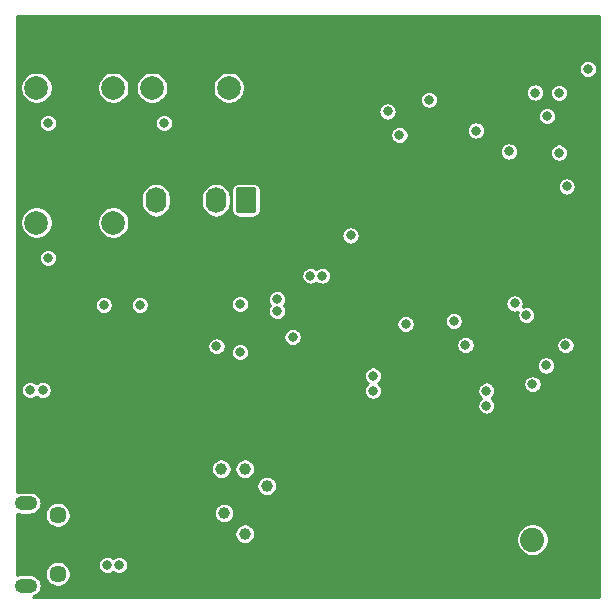
<source format=gbr>
G04 #@! TF.GenerationSoftware,KiCad,Pcbnew,(5.1.5)-3*
G04 #@! TF.CreationDate,2020-05-17T16:05:08+01:00*
G04 #@! TF.ProjectId,Chronos,4368726f-6e6f-4732-9e6b-696361645f70,X301*
G04 #@! TF.SameCoordinates,Original*
G04 #@! TF.FileFunction,Copper,L2,Inr*
G04 #@! TF.FilePolarity,Positive*
%FSLAX46Y46*%
G04 Gerber Fmt 4.6, Leading zero omitted, Abs format (unit mm)*
G04 Created by KiCad (PCBNEW (5.1.5)-3) date 2020-05-17 16:05:08*
%MOMM*%
%LPD*%
G04 APERTURE LIST*
%ADD10C,2.000000*%
%ADD11C,2.250000*%
%ADD12C,2.050000*%
%ADD13O,1.740000X2.200000*%
%ADD14C,0.100000*%
%ADD15O,1.900000X1.200000*%
%ADD16C,1.450000*%
%ADD17C,0.800000*%
%ADD18C,1.000000*%
%ADD19C,0.250000*%
G04 APERTURE END LIST*
D10*
X199300000Y-112000000D03*
X199300000Y-116500000D03*
X192800000Y-112000000D03*
X192800000Y-116500000D03*
X189500000Y-112000000D03*
X189500000Y-116500000D03*
X183000000Y-112000000D03*
X183000000Y-116500000D03*
X189500000Y-123400000D03*
X189500000Y-127900000D03*
X183000000Y-123400000D03*
X183000000Y-127900000D03*
D11*
X222460000Y-157290000D03*
X222460000Y-152210000D03*
X227540000Y-152210000D03*
X227540000Y-157290000D03*
D12*
X225000000Y-154750000D03*
D13*
X193130000Y-126000000D03*
X195670000Y-126000000D03*
X198210000Y-126000000D03*
G04 #@! TA.AperFunction,ViaPad*
D14*
G36*
X201394505Y-124901204D02*
G01*
X201418773Y-124904804D01*
X201442572Y-124910765D01*
X201465671Y-124919030D01*
X201487850Y-124929520D01*
X201508893Y-124942132D01*
X201528599Y-124956747D01*
X201546777Y-124973223D01*
X201563253Y-124991401D01*
X201577868Y-125011107D01*
X201590480Y-125032150D01*
X201600970Y-125054329D01*
X201609235Y-125077428D01*
X201615196Y-125101227D01*
X201618796Y-125125495D01*
X201620000Y-125149999D01*
X201620000Y-126850001D01*
X201618796Y-126874505D01*
X201615196Y-126898773D01*
X201609235Y-126922572D01*
X201600970Y-126945671D01*
X201590480Y-126967850D01*
X201577868Y-126988893D01*
X201563253Y-127008599D01*
X201546777Y-127026777D01*
X201528599Y-127043253D01*
X201508893Y-127057868D01*
X201487850Y-127070480D01*
X201465671Y-127080970D01*
X201442572Y-127089235D01*
X201418773Y-127095196D01*
X201394505Y-127098796D01*
X201370001Y-127100000D01*
X200129999Y-127100000D01*
X200105495Y-127098796D01*
X200081227Y-127095196D01*
X200057428Y-127089235D01*
X200034329Y-127080970D01*
X200012150Y-127070480D01*
X199991107Y-127057868D01*
X199971401Y-127043253D01*
X199953223Y-127026777D01*
X199936747Y-127008599D01*
X199922132Y-126988893D01*
X199909520Y-126967850D01*
X199899030Y-126945671D01*
X199890765Y-126922572D01*
X199884804Y-126898773D01*
X199881204Y-126874505D01*
X199880000Y-126850001D01*
X199880000Y-125149999D01*
X199881204Y-125125495D01*
X199884804Y-125101227D01*
X199890765Y-125077428D01*
X199899030Y-125054329D01*
X199909520Y-125032150D01*
X199922132Y-125011107D01*
X199936747Y-124991401D01*
X199953223Y-124973223D01*
X199971401Y-124956747D01*
X199991107Y-124942132D01*
X200012150Y-124929520D01*
X200034329Y-124919030D01*
X200057428Y-124910765D01*
X200081227Y-124904804D01*
X200105495Y-124901204D01*
X200129999Y-124900000D01*
X201370001Y-124900000D01*
X201394505Y-124901204D01*
G37*
G04 #@! TD.AperFunction*
D15*
X182112500Y-158650000D03*
X182112500Y-151650000D03*
D16*
X184812500Y-157650000D03*
X184812500Y-152650000D03*
D17*
X223265000Y-117900000D03*
X223265000Y-118900000D03*
X184600000Y-144060000D03*
X190800000Y-138460000D03*
X189800000Y-138460000D03*
X192100000Y-145400000D03*
D18*
X193650000Y-147250000D03*
X196150000Y-149250000D03*
X202500000Y-153600000D03*
X196150000Y-147250000D03*
X186791249Y-151800000D03*
D17*
X187800000Y-130300000D03*
X187800000Y-131375000D03*
X185250000Y-138460000D03*
X187300000Y-134800000D03*
X200250000Y-135915000D03*
X198250000Y-136465000D03*
X204750000Y-147600000D03*
X202500000Y-147600000D03*
X211500000Y-139595000D03*
X211500000Y-143405000D03*
X216365000Y-138250000D03*
X216365000Y-137250000D03*
X226800000Y-145800000D03*
X221515000Y-136750000D03*
X221515000Y-135750000D03*
X229735000Y-130900000D03*
X228550000Y-127850000D03*
X225000000Y-124085000D03*
X217235000Y-134500000D03*
X217235000Y-133500000D03*
X217235000Y-132500000D03*
X217235000Y-129500000D03*
X215725000Y-126450000D03*
X210600000Y-126030000D03*
X209600000Y-126030000D03*
X219200000Y-124020000D03*
X218200000Y-124020000D03*
X217200000Y-124020000D03*
X210765000Y-120500000D03*
X210765000Y-119500000D03*
X218205000Y-119500000D03*
X218205000Y-118500000D03*
X186300000Y-156900000D03*
X185900000Y-142090000D03*
X225235000Y-116900000D03*
X226235000Y-118900000D03*
X212735000Y-118500000D03*
X213735000Y-120500000D03*
X220200000Y-120115000D03*
X214265000Y-136485000D03*
X223485000Y-134750000D03*
X198250000Y-138385000D03*
X200250000Y-138885000D03*
X218335000Y-136250000D03*
X219335000Y-138250000D03*
X193800000Y-119485000D03*
X184000000Y-119485000D03*
X184000000Y-130885000D03*
D18*
X200650000Y-154250000D03*
X198900000Y-152500000D03*
X198650000Y-148750000D03*
X202500000Y-150200000D03*
X200650000Y-148750000D03*
D17*
X224485000Y-135750000D03*
X221100000Y-142135000D03*
X226150000Y-140000000D03*
X225000000Y-141600000D03*
X203400000Y-135400000D03*
X221100000Y-143405000D03*
X223000000Y-121885000D03*
X227250000Y-116915000D03*
X203400000Y-134400000D03*
X227264431Y-121985569D03*
X227900000Y-124850000D03*
X229685000Y-114915000D03*
X216235000Y-117500000D03*
X227800000Y-138300000D03*
X209600000Y-129000000D03*
X189000000Y-156900000D03*
X182475000Y-142090000D03*
X190000000Y-156900000D03*
X183537500Y-142090000D03*
X211500000Y-140865000D03*
X204700000Y-137600000D03*
X206200000Y-132400000D03*
X188700000Y-134890000D03*
X207200000Y-132400000D03*
X191750000Y-134890000D03*
X211500000Y-142135000D03*
X200250000Y-134800000D03*
D19*
G36*
X230600001Y-159600000D02*
G01*
X182689539Y-159600000D01*
X182837421Y-159555140D01*
X183006802Y-159464605D01*
X183155265Y-159342765D01*
X183277105Y-159194302D01*
X183367640Y-159024921D01*
X183423392Y-158841133D01*
X183442217Y-158650000D01*
X183423392Y-158458867D01*
X183367640Y-158275079D01*
X183277105Y-158105698D01*
X183155265Y-157957235D01*
X183006802Y-157835395D01*
X182837421Y-157744860D01*
X182653633Y-157689108D01*
X182510392Y-157675000D01*
X181714608Y-157675000D01*
X181571367Y-157689108D01*
X181400000Y-157741092D01*
X181400000Y-157541659D01*
X183712500Y-157541659D01*
X183712500Y-157758341D01*
X183754773Y-157970858D01*
X183837693Y-158171045D01*
X183958075Y-158351209D01*
X184111291Y-158504425D01*
X184291455Y-158624807D01*
X184491642Y-158707727D01*
X184704159Y-158750000D01*
X184920841Y-158750000D01*
X185133358Y-158707727D01*
X185333545Y-158624807D01*
X185513709Y-158504425D01*
X185666925Y-158351209D01*
X185787307Y-158171045D01*
X185870227Y-157970858D01*
X185912500Y-157758341D01*
X185912500Y-157541659D01*
X185870227Y-157329142D01*
X185787307Y-157128955D01*
X185666925Y-156948791D01*
X185541803Y-156823669D01*
X188225000Y-156823669D01*
X188225000Y-156976331D01*
X188254783Y-157126059D01*
X188313204Y-157267100D01*
X188398018Y-157394034D01*
X188505966Y-157501982D01*
X188632900Y-157586796D01*
X188773941Y-157645217D01*
X188923669Y-157675000D01*
X189076331Y-157675000D01*
X189226059Y-157645217D01*
X189367100Y-157586796D01*
X189494034Y-157501982D01*
X189500000Y-157496016D01*
X189505966Y-157501982D01*
X189632900Y-157586796D01*
X189773941Y-157645217D01*
X189923669Y-157675000D01*
X190076331Y-157675000D01*
X190226059Y-157645217D01*
X190367100Y-157586796D01*
X190494034Y-157501982D01*
X190601982Y-157394034D01*
X190686796Y-157267100D01*
X190745217Y-157126059D01*
X190775000Y-156976331D01*
X190775000Y-156823669D01*
X190745217Y-156673941D01*
X190686796Y-156532900D01*
X190601982Y-156405966D01*
X190494034Y-156298018D01*
X190367100Y-156213204D01*
X190226059Y-156154783D01*
X190076331Y-156125000D01*
X189923669Y-156125000D01*
X189773941Y-156154783D01*
X189632900Y-156213204D01*
X189505966Y-156298018D01*
X189500000Y-156303984D01*
X189494034Y-156298018D01*
X189367100Y-156213204D01*
X189226059Y-156154783D01*
X189076331Y-156125000D01*
X188923669Y-156125000D01*
X188773941Y-156154783D01*
X188632900Y-156213204D01*
X188505966Y-156298018D01*
X188398018Y-156405966D01*
X188313204Y-156532900D01*
X188254783Y-156673941D01*
X188225000Y-156823669D01*
X185541803Y-156823669D01*
X185513709Y-156795575D01*
X185333545Y-156675193D01*
X185133358Y-156592273D01*
X184920841Y-156550000D01*
X184704159Y-156550000D01*
X184491642Y-156592273D01*
X184291455Y-156675193D01*
X184111291Y-156795575D01*
X183958075Y-156948791D01*
X183837693Y-157128955D01*
X183754773Y-157329142D01*
X183712500Y-157541659D01*
X181400000Y-157541659D01*
X181400000Y-154163820D01*
X199775000Y-154163820D01*
X199775000Y-154336180D01*
X199808626Y-154505228D01*
X199874585Y-154664468D01*
X199970343Y-154807780D01*
X200092220Y-154929657D01*
X200235532Y-155025415D01*
X200394772Y-155091374D01*
X200563820Y-155125000D01*
X200736180Y-155125000D01*
X200905228Y-155091374D01*
X201064468Y-155025415D01*
X201207780Y-154929657D01*
X201329657Y-154807780D01*
X201425415Y-154664468D01*
X201447101Y-154612112D01*
X223600000Y-154612112D01*
X223600000Y-154887888D01*
X223653801Y-155158365D01*
X223759336Y-155413149D01*
X223912549Y-155642448D01*
X224107552Y-155837451D01*
X224336851Y-155990664D01*
X224591635Y-156096199D01*
X224862112Y-156150000D01*
X225137888Y-156150000D01*
X225408365Y-156096199D01*
X225663149Y-155990664D01*
X225892448Y-155837451D01*
X226087451Y-155642448D01*
X226240664Y-155413149D01*
X226346199Y-155158365D01*
X226400000Y-154887888D01*
X226400000Y-154612112D01*
X226346199Y-154341635D01*
X226240664Y-154086851D01*
X226087451Y-153857552D01*
X225892448Y-153662549D01*
X225663149Y-153509336D01*
X225408365Y-153403801D01*
X225137888Y-153350000D01*
X224862112Y-153350000D01*
X224591635Y-153403801D01*
X224336851Y-153509336D01*
X224107552Y-153662549D01*
X223912549Y-153857552D01*
X223759336Y-154086851D01*
X223653801Y-154341635D01*
X223600000Y-154612112D01*
X201447101Y-154612112D01*
X201491374Y-154505228D01*
X201525000Y-154336180D01*
X201525000Y-154163820D01*
X201491374Y-153994772D01*
X201425415Y-153835532D01*
X201329657Y-153692220D01*
X201207780Y-153570343D01*
X201064468Y-153474585D01*
X200905228Y-153408626D01*
X200736180Y-153375000D01*
X200563820Y-153375000D01*
X200394772Y-153408626D01*
X200235532Y-153474585D01*
X200092220Y-153570343D01*
X199970343Y-153692220D01*
X199874585Y-153835532D01*
X199808626Y-153994772D01*
X199775000Y-154163820D01*
X181400000Y-154163820D01*
X181400000Y-152558908D01*
X181571367Y-152610892D01*
X181714608Y-152625000D01*
X182510392Y-152625000D01*
X182653633Y-152610892D01*
X182837421Y-152555140D01*
X182862642Y-152541659D01*
X183712500Y-152541659D01*
X183712500Y-152758341D01*
X183754773Y-152970858D01*
X183837693Y-153171045D01*
X183958075Y-153351209D01*
X184111291Y-153504425D01*
X184291455Y-153624807D01*
X184491642Y-153707727D01*
X184704159Y-153750000D01*
X184920841Y-153750000D01*
X185133358Y-153707727D01*
X185333545Y-153624807D01*
X185513709Y-153504425D01*
X185666925Y-153351209D01*
X185787307Y-153171045D01*
X185870227Y-152970858D01*
X185912500Y-152758341D01*
X185912500Y-152541659D01*
X185887071Y-152413820D01*
X198025000Y-152413820D01*
X198025000Y-152586180D01*
X198058626Y-152755228D01*
X198124585Y-152914468D01*
X198220343Y-153057780D01*
X198342220Y-153179657D01*
X198485532Y-153275415D01*
X198644772Y-153341374D01*
X198813820Y-153375000D01*
X198986180Y-153375000D01*
X199155228Y-153341374D01*
X199314468Y-153275415D01*
X199457780Y-153179657D01*
X199579657Y-153057780D01*
X199675415Y-152914468D01*
X199741374Y-152755228D01*
X199775000Y-152586180D01*
X199775000Y-152413820D01*
X199741374Y-152244772D01*
X199675415Y-152085532D01*
X199579657Y-151942220D01*
X199457780Y-151820343D01*
X199314468Y-151724585D01*
X199155228Y-151658626D01*
X198986180Y-151625000D01*
X198813820Y-151625000D01*
X198644772Y-151658626D01*
X198485532Y-151724585D01*
X198342220Y-151820343D01*
X198220343Y-151942220D01*
X198124585Y-152085532D01*
X198058626Y-152244772D01*
X198025000Y-152413820D01*
X185887071Y-152413820D01*
X185870227Y-152329142D01*
X185787307Y-152128955D01*
X185666925Y-151948791D01*
X185513709Y-151795575D01*
X185333545Y-151675193D01*
X185133358Y-151592273D01*
X184920841Y-151550000D01*
X184704159Y-151550000D01*
X184491642Y-151592273D01*
X184291455Y-151675193D01*
X184111291Y-151795575D01*
X183958075Y-151948791D01*
X183837693Y-152128955D01*
X183754773Y-152329142D01*
X183712500Y-152541659D01*
X182862642Y-152541659D01*
X183006802Y-152464605D01*
X183155265Y-152342765D01*
X183277105Y-152194302D01*
X183367640Y-152024921D01*
X183423392Y-151841133D01*
X183442217Y-151650000D01*
X183423392Y-151458867D01*
X183367640Y-151275079D01*
X183277105Y-151105698D01*
X183155265Y-150957235D01*
X183006802Y-150835395D01*
X182837421Y-150744860D01*
X182653633Y-150689108D01*
X182510392Y-150675000D01*
X181714608Y-150675000D01*
X181571367Y-150689108D01*
X181400000Y-150741092D01*
X181400000Y-150113820D01*
X201625000Y-150113820D01*
X201625000Y-150286180D01*
X201658626Y-150455228D01*
X201724585Y-150614468D01*
X201820343Y-150757780D01*
X201942220Y-150879657D01*
X202085532Y-150975415D01*
X202244772Y-151041374D01*
X202413820Y-151075000D01*
X202586180Y-151075000D01*
X202755228Y-151041374D01*
X202914468Y-150975415D01*
X203057780Y-150879657D01*
X203179657Y-150757780D01*
X203275415Y-150614468D01*
X203341374Y-150455228D01*
X203375000Y-150286180D01*
X203375000Y-150113820D01*
X203341374Y-149944772D01*
X203275415Y-149785532D01*
X203179657Y-149642220D01*
X203057780Y-149520343D01*
X202914468Y-149424585D01*
X202755228Y-149358626D01*
X202586180Y-149325000D01*
X202413820Y-149325000D01*
X202244772Y-149358626D01*
X202085532Y-149424585D01*
X201942220Y-149520343D01*
X201820343Y-149642220D01*
X201724585Y-149785532D01*
X201658626Y-149944772D01*
X201625000Y-150113820D01*
X181400000Y-150113820D01*
X181400000Y-148663820D01*
X197775000Y-148663820D01*
X197775000Y-148836180D01*
X197808626Y-149005228D01*
X197874585Y-149164468D01*
X197970343Y-149307780D01*
X198092220Y-149429657D01*
X198235532Y-149525415D01*
X198394772Y-149591374D01*
X198563820Y-149625000D01*
X198736180Y-149625000D01*
X198905228Y-149591374D01*
X199064468Y-149525415D01*
X199207780Y-149429657D01*
X199329657Y-149307780D01*
X199425415Y-149164468D01*
X199491374Y-149005228D01*
X199525000Y-148836180D01*
X199525000Y-148663820D01*
X199775000Y-148663820D01*
X199775000Y-148836180D01*
X199808626Y-149005228D01*
X199874585Y-149164468D01*
X199970343Y-149307780D01*
X200092220Y-149429657D01*
X200235532Y-149525415D01*
X200394772Y-149591374D01*
X200563820Y-149625000D01*
X200736180Y-149625000D01*
X200905228Y-149591374D01*
X201064468Y-149525415D01*
X201207780Y-149429657D01*
X201329657Y-149307780D01*
X201425415Y-149164468D01*
X201491374Y-149005228D01*
X201525000Y-148836180D01*
X201525000Y-148663820D01*
X201491374Y-148494772D01*
X201425415Y-148335532D01*
X201329657Y-148192220D01*
X201207780Y-148070343D01*
X201064468Y-147974585D01*
X200905228Y-147908626D01*
X200736180Y-147875000D01*
X200563820Y-147875000D01*
X200394772Y-147908626D01*
X200235532Y-147974585D01*
X200092220Y-148070343D01*
X199970343Y-148192220D01*
X199874585Y-148335532D01*
X199808626Y-148494772D01*
X199775000Y-148663820D01*
X199525000Y-148663820D01*
X199491374Y-148494772D01*
X199425415Y-148335532D01*
X199329657Y-148192220D01*
X199207780Y-148070343D01*
X199064468Y-147974585D01*
X198905228Y-147908626D01*
X198736180Y-147875000D01*
X198563820Y-147875000D01*
X198394772Y-147908626D01*
X198235532Y-147974585D01*
X198092220Y-148070343D01*
X197970343Y-148192220D01*
X197874585Y-148335532D01*
X197808626Y-148494772D01*
X197775000Y-148663820D01*
X181400000Y-148663820D01*
X181400000Y-142013669D01*
X181700000Y-142013669D01*
X181700000Y-142166331D01*
X181729783Y-142316059D01*
X181788204Y-142457100D01*
X181873018Y-142584034D01*
X181980966Y-142691982D01*
X182107900Y-142776796D01*
X182248941Y-142835217D01*
X182398669Y-142865000D01*
X182551331Y-142865000D01*
X182701059Y-142835217D01*
X182842100Y-142776796D01*
X182969034Y-142691982D01*
X183006250Y-142654766D01*
X183043466Y-142691982D01*
X183170400Y-142776796D01*
X183311441Y-142835217D01*
X183461169Y-142865000D01*
X183613831Y-142865000D01*
X183763559Y-142835217D01*
X183904600Y-142776796D01*
X184031534Y-142691982D01*
X184139482Y-142584034D01*
X184224296Y-142457100D01*
X184282717Y-142316059D01*
X184312500Y-142166331D01*
X184312500Y-142013669D01*
X184282717Y-141863941D01*
X184224296Y-141722900D01*
X184139482Y-141595966D01*
X184031534Y-141488018D01*
X183904600Y-141403204D01*
X183763559Y-141344783D01*
X183613831Y-141315000D01*
X183461169Y-141315000D01*
X183311441Y-141344783D01*
X183170400Y-141403204D01*
X183043466Y-141488018D01*
X183006250Y-141525234D01*
X182969034Y-141488018D01*
X182842100Y-141403204D01*
X182701059Y-141344783D01*
X182551331Y-141315000D01*
X182398669Y-141315000D01*
X182248941Y-141344783D01*
X182107900Y-141403204D01*
X181980966Y-141488018D01*
X181873018Y-141595966D01*
X181788204Y-141722900D01*
X181729783Y-141863941D01*
X181700000Y-142013669D01*
X181400000Y-142013669D01*
X181400000Y-140788669D01*
X210725000Y-140788669D01*
X210725000Y-140941331D01*
X210754783Y-141091059D01*
X210813204Y-141232100D01*
X210898018Y-141359034D01*
X211005966Y-141466982D01*
X211055381Y-141500000D01*
X211005966Y-141533018D01*
X210898018Y-141640966D01*
X210813204Y-141767900D01*
X210754783Y-141908941D01*
X210725000Y-142058669D01*
X210725000Y-142211331D01*
X210754783Y-142361059D01*
X210813204Y-142502100D01*
X210898018Y-142629034D01*
X211005966Y-142736982D01*
X211132900Y-142821796D01*
X211273941Y-142880217D01*
X211423669Y-142910000D01*
X211576331Y-142910000D01*
X211726059Y-142880217D01*
X211867100Y-142821796D01*
X211994034Y-142736982D01*
X212101982Y-142629034D01*
X212186796Y-142502100D01*
X212245217Y-142361059D01*
X212275000Y-142211331D01*
X212275000Y-142058669D01*
X220325000Y-142058669D01*
X220325000Y-142211331D01*
X220354783Y-142361059D01*
X220413204Y-142502100D01*
X220498018Y-142629034D01*
X220605966Y-142736982D01*
X220655381Y-142770000D01*
X220605966Y-142803018D01*
X220498018Y-142910966D01*
X220413204Y-143037900D01*
X220354783Y-143178941D01*
X220325000Y-143328669D01*
X220325000Y-143481331D01*
X220354783Y-143631059D01*
X220413204Y-143772100D01*
X220498018Y-143899034D01*
X220605966Y-144006982D01*
X220732900Y-144091796D01*
X220873941Y-144150217D01*
X221023669Y-144180000D01*
X221176331Y-144180000D01*
X221326059Y-144150217D01*
X221467100Y-144091796D01*
X221594034Y-144006982D01*
X221701982Y-143899034D01*
X221786796Y-143772100D01*
X221845217Y-143631059D01*
X221875000Y-143481331D01*
X221875000Y-143328669D01*
X221845217Y-143178941D01*
X221786796Y-143037900D01*
X221701982Y-142910966D01*
X221594034Y-142803018D01*
X221544619Y-142770000D01*
X221594034Y-142736982D01*
X221701982Y-142629034D01*
X221786796Y-142502100D01*
X221845217Y-142361059D01*
X221875000Y-142211331D01*
X221875000Y-142058669D01*
X221845217Y-141908941D01*
X221786796Y-141767900D01*
X221701982Y-141640966D01*
X221594034Y-141533018D01*
X221580043Y-141523669D01*
X224225000Y-141523669D01*
X224225000Y-141676331D01*
X224254783Y-141826059D01*
X224313204Y-141967100D01*
X224398018Y-142094034D01*
X224505966Y-142201982D01*
X224632900Y-142286796D01*
X224773941Y-142345217D01*
X224923669Y-142375000D01*
X225076331Y-142375000D01*
X225226059Y-142345217D01*
X225367100Y-142286796D01*
X225494034Y-142201982D01*
X225601982Y-142094034D01*
X225686796Y-141967100D01*
X225745217Y-141826059D01*
X225775000Y-141676331D01*
X225775000Y-141523669D01*
X225745217Y-141373941D01*
X225686796Y-141232900D01*
X225601982Y-141105966D01*
X225494034Y-140998018D01*
X225367100Y-140913204D01*
X225226059Y-140854783D01*
X225076331Y-140825000D01*
X224923669Y-140825000D01*
X224773941Y-140854783D01*
X224632900Y-140913204D01*
X224505966Y-140998018D01*
X224398018Y-141105966D01*
X224313204Y-141232900D01*
X224254783Y-141373941D01*
X224225000Y-141523669D01*
X221580043Y-141523669D01*
X221467100Y-141448204D01*
X221326059Y-141389783D01*
X221176331Y-141360000D01*
X221023669Y-141360000D01*
X220873941Y-141389783D01*
X220732900Y-141448204D01*
X220605966Y-141533018D01*
X220498018Y-141640966D01*
X220413204Y-141767900D01*
X220354783Y-141908941D01*
X220325000Y-142058669D01*
X212275000Y-142058669D01*
X212245217Y-141908941D01*
X212186796Y-141767900D01*
X212101982Y-141640966D01*
X211994034Y-141533018D01*
X211944619Y-141500000D01*
X211994034Y-141466982D01*
X212101982Y-141359034D01*
X212186796Y-141232100D01*
X212245217Y-141091059D01*
X212275000Y-140941331D01*
X212275000Y-140788669D01*
X212245217Y-140638941D01*
X212186796Y-140497900D01*
X212101982Y-140370966D01*
X211994034Y-140263018D01*
X211867100Y-140178204D01*
X211726059Y-140119783D01*
X211576331Y-140090000D01*
X211423669Y-140090000D01*
X211273941Y-140119783D01*
X211132900Y-140178204D01*
X211005966Y-140263018D01*
X210898018Y-140370966D01*
X210813204Y-140497900D01*
X210754783Y-140638941D01*
X210725000Y-140788669D01*
X181400000Y-140788669D01*
X181400000Y-139923669D01*
X225375000Y-139923669D01*
X225375000Y-140076331D01*
X225404783Y-140226059D01*
X225463204Y-140367100D01*
X225548018Y-140494034D01*
X225655966Y-140601982D01*
X225782900Y-140686796D01*
X225923941Y-140745217D01*
X226073669Y-140775000D01*
X226226331Y-140775000D01*
X226376059Y-140745217D01*
X226517100Y-140686796D01*
X226644034Y-140601982D01*
X226751982Y-140494034D01*
X226836796Y-140367100D01*
X226895217Y-140226059D01*
X226925000Y-140076331D01*
X226925000Y-139923669D01*
X226895217Y-139773941D01*
X226836796Y-139632900D01*
X226751982Y-139505966D01*
X226644034Y-139398018D01*
X226517100Y-139313204D01*
X226376059Y-139254783D01*
X226226331Y-139225000D01*
X226073669Y-139225000D01*
X225923941Y-139254783D01*
X225782900Y-139313204D01*
X225655966Y-139398018D01*
X225548018Y-139505966D01*
X225463204Y-139632900D01*
X225404783Y-139773941D01*
X225375000Y-139923669D01*
X181400000Y-139923669D01*
X181400000Y-138308669D01*
X197475000Y-138308669D01*
X197475000Y-138461331D01*
X197504783Y-138611059D01*
X197563204Y-138752100D01*
X197648018Y-138879034D01*
X197755966Y-138986982D01*
X197882900Y-139071796D01*
X198023941Y-139130217D01*
X198173669Y-139160000D01*
X198326331Y-139160000D01*
X198476059Y-139130217D01*
X198617100Y-139071796D01*
X198744034Y-138986982D01*
X198851982Y-138879034D01*
X198898998Y-138808669D01*
X199475000Y-138808669D01*
X199475000Y-138961331D01*
X199504783Y-139111059D01*
X199563204Y-139252100D01*
X199648018Y-139379034D01*
X199755966Y-139486982D01*
X199882900Y-139571796D01*
X200023941Y-139630217D01*
X200173669Y-139660000D01*
X200326331Y-139660000D01*
X200476059Y-139630217D01*
X200617100Y-139571796D01*
X200744034Y-139486982D01*
X200851982Y-139379034D01*
X200936796Y-139252100D01*
X200995217Y-139111059D01*
X201025000Y-138961331D01*
X201025000Y-138808669D01*
X200995217Y-138658941D01*
X200936796Y-138517900D01*
X200851982Y-138390966D01*
X200744034Y-138283018D01*
X200617100Y-138198204D01*
X200476059Y-138139783D01*
X200326331Y-138110000D01*
X200173669Y-138110000D01*
X200023941Y-138139783D01*
X199882900Y-138198204D01*
X199755966Y-138283018D01*
X199648018Y-138390966D01*
X199563204Y-138517900D01*
X199504783Y-138658941D01*
X199475000Y-138808669D01*
X198898998Y-138808669D01*
X198936796Y-138752100D01*
X198995217Y-138611059D01*
X199025000Y-138461331D01*
X199025000Y-138308669D01*
X198995217Y-138158941D01*
X198936796Y-138017900D01*
X198851982Y-137890966D01*
X198744034Y-137783018D01*
X198617100Y-137698204D01*
X198476059Y-137639783D01*
X198326331Y-137610000D01*
X198173669Y-137610000D01*
X198023941Y-137639783D01*
X197882900Y-137698204D01*
X197755966Y-137783018D01*
X197648018Y-137890966D01*
X197563204Y-138017900D01*
X197504783Y-138158941D01*
X197475000Y-138308669D01*
X181400000Y-138308669D01*
X181400000Y-137523669D01*
X203925000Y-137523669D01*
X203925000Y-137676331D01*
X203954783Y-137826059D01*
X204013204Y-137967100D01*
X204098018Y-138094034D01*
X204205966Y-138201982D01*
X204332900Y-138286796D01*
X204473941Y-138345217D01*
X204623669Y-138375000D01*
X204776331Y-138375000D01*
X204926059Y-138345217D01*
X205067100Y-138286796D01*
X205194034Y-138201982D01*
X205222347Y-138173669D01*
X218560000Y-138173669D01*
X218560000Y-138326331D01*
X218589783Y-138476059D01*
X218648204Y-138617100D01*
X218733018Y-138744034D01*
X218840966Y-138851982D01*
X218967900Y-138936796D01*
X219108941Y-138995217D01*
X219258669Y-139025000D01*
X219411331Y-139025000D01*
X219561059Y-138995217D01*
X219702100Y-138936796D01*
X219829034Y-138851982D01*
X219936982Y-138744034D01*
X220021796Y-138617100D01*
X220080217Y-138476059D01*
X220110000Y-138326331D01*
X220110000Y-138223669D01*
X227025000Y-138223669D01*
X227025000Y-138376331D01*
X227054783Y-138526059D01*
X227113204Y-138667100D01*
X227198018Y-138794034D01*
X227305966Y-138901982D01*
X227432900Y-138986796D01*
X227573941Y-139045217D01*
X227723669Y-139075000D01*
X227876331Y-139075000D01*
X228026059Y-139045217D01*
X228167100Y-138986796D01*
X228294034Y-138901982D01*
X228401982Y-138794034D01*
X228486796Y-138667100D01*
X228545217Y-138526059D01*
X228575000Y-138376331D01*
X228575000Y-138223669D01*
X228545217Y-138073941D01*
X228486796Y-137932900D01*
X228401982Y-137805966D01*
X228294034Y-137698018D01*
X228167100Y-137613204D01*
X228026059Y-137554783D01*
X227876331Y-137525000D01*
X227723669Y-137525000D01*
X227573941Y-137554783D01*
X227432900Y-137613204D01*
X227305966Y-137698018D01*
X227198018Y-137805966D01*
X227113204Y-137932900D01*
X227054783Y-138073941D01*
X227025000Y-138223669D01*
X220110000Y-138223669D01*
X220110000Y-138173669D01*
X220080217Y-138023941D01*
X220021796Y-137882900D01*
X219936982Y-137755966D01*
X219829034Y-137648018D01*
X219702100Y-137563204D01*
X219561059Y-137504783D01*
X219411331Y-137475000D01*
X219258669Y-137475000D01*
X219108941Y-137504783D01*
X218967900Y-137563204D01*
X218840966Y-137648018D01*
X218733018Y-137755966D01*
X218648204Y-137882900D01*
X218589783Y-138023941D01*
X218560000Y-138173669D01*
X205222347Y-138173669D01*
X205301982Y-138094034D01*
X205386796Y-137967100D01*
X205445217Y-137826059D01*
X205475000Y-137676331D01*
X205475000Y-137523669D01*
X205445217Y-137373941D01*
X205386796Y-137232900D01*
X205301982Y-137105966D01*
X205194034Y-136998018D01*
X205067100Y-136913204D01*
X204926059Y-136854783D01*
X204776331Y-136825000D01*
X204623669Y-136825000D01*
X204473941Y-136854783D01*
X204332900Y-136913204D01*
X204205966Y-136998018D01*
X204098018Y-137105966D01*
X204013204Y-137232900D01*
X203954783Y-137373941D01*
X203925000Y-137523669D01*
X181400000Y-137523669D01*
X181400000Y-136408669D01*
X213490000Y-136408669D01*
X213490000Y-136561331D01*
X213519783Y-136711059D01*
X213578204Y-136852100D01*
X213663018Y-136979034D01*
X213770966Y-137086982D01*
X213897900Y-137171796D01*
X214038941Y-137230217D01*
X214188669Y-137260000D01*
X214341331Y-137260000D01*
X214491059Y-137230217D01*
X214632100Y-137171796D01*
X214759034Y-137086982D01*
X214866982Y-136979034D01*
X214951796Y-136852100D01*
X215010217Y-136711059D01*
X215040000Y-136561331D01*
X215040000Y-136408669D01*
X215010217Y-136258941D01*
X214974897Y-136173669D01*
X217560000Y-136173669D01*
X217560000Y-136326331D01*
X217589783Y-136476059D01*
X217648204Y-136617100D01*
X217733018Y-136744034D01*
X217840966Y-136851982D01*
X217967900Y-136936796D01*
X218108941Y-136995217D01*
X218258669Y-137025000D01*
X218411331Y-137025000D01*
X218561059Y-136995217D01*
X218702100Y-136936796D01*
X218829034Y-136851982D01*
X218936982Y-136744034D01*
X219021796Y-136617100D01*
X219080217Y-136476059D01*
X219110000Y-136326331D01*
X219110000Y-136173669D01*
X219080217Y-136023941D01*
X219021796Y-135882900D01*
X218936982Y-135755966D01*
X218829034Y-135648018D01*
X218702100Y-135563204D01*
X218561059Y-135504783D01*
X218411331Y-135475000D01*
X218258669Y-135475000D01*
X218108941Y-135504783D01*
X217967900Y-135563204D01*
X217840966Y-135648018D01*
X217733018Y-135755966D01*
X217648204Y-135882900D01*
X217589783Y-136023941D01*
X217560000Y-136173669D01*
X214974897Y-136173669D01*
X214951796Y-136117900D01*
X214866982Y-135990966D01*
X214759034Y-135883018D01*
X214632100Y-135798204D01*
X214491059Y-135739783D01*
X214341331Y-135710000D01*
X214188669Y-135710000D01*
X214038941Y-135739783D01*
X213897900Y-135798204D01*
X213770966Y-135883018D01*
X213663018Y-135990966D01*
X213578204Y-136117900D01*
X213519783Y-136258941D01*
X213490000Y-136408669D01*
X181400000Y-136408669D01*
X181400000Y-134813669D01*
X187925000Y-134813669D01*
X187925000Y-134966331D01*
X187954783Y-135116059D01*
X188013204Y-135257100D01*
X188098018Y-135384034D01*
X188205966Y-135491982D01*
X188332900Y-135576796D01*
X188473941Y-135635217D01*
X188623669Y-135665000D01*
X188776331Y-135665000D01*
X188926059Y-135635217D01*
X189067100Y-135576796D01*
X189194034Y-135491982D01*
X189301982Y-135384034D01*
X189386796Y-135257100D01*
X189445217Y-135116059D01*
X189475000Y-134966331D01*
X189475000Y-134813669D01*
X190975000Y-134813669D01*
X190975000Y-134966331D01*
X191004783Y-135116059D01*
X191063204Y-135257100D01*
X191148018Y-135384034D01*
X191255966Y-135491982D01*
X191382900Y-135576796D01*
X191523941Y-135635217D01*
X191673669Y-135665000D01*
X191826331Y-135665000D01*
X191976059Y-135635217D01*
X192117100Y-135576796D01*
X192244034Y-135491982D01*
X192351982Y-135384034D01*
X192436796Y-135257100D01*
X192495217Y-135116059D01*
X192525000Y-134966331D01*
X192525000Y-134813669D01*
X192507098Y-134723669D01*
X199475000Y-134723669D01*
X199475000Y-134876331D01*
X199504783Y-135026059D01*
X199563204Y-135167100D01*
X199648018Y-135294034D01*
X199755966Y-135401982D01*
X199882900Y-135486796D01*
X200023941Y-135545217D01*
X200173669Y-135575000D01*
X200326331Y-135575000D01*
X200476059Y-135545217D01*
X200617100Y-135486796D01*
X200744034Y-135401982D01*
X200851982Y-135294034D01*
X200936796Y-135167100D01*
X200995217Y-135026059D01*
X201025000Y-134876331D01*
X201025000Y-134723669D01*
X200995217Y-134573941D01*
X200936796Y-134432900D01*
X200863811Y-134323669D01*
X202625000Y-134323669D01*
X202625000Y-134476331D01*
X202654783Y-134626059D01*
X202713204Y-134767100D01*
X202798018Y-134894034D01*
X202803984Y-134900000D01*
X202798018Y-134905966D01*
X202713204Y-135032900D01*
X202654783Y-135173941D01*
X202625000Y-135323669D01*
X202625000Y-135476331D01*
X202654783Y-135626059D01*
X202713204Y-135767100D01*
X202798018Y-135894034D01*
X202905966Y-136001982D01*
X203032900Y-136086796D01*
X203173941Y-136145217D01*
X203323669Y-136175000D01*
X203476331Y-136175000D01*
X203626059Y-136145217D01*
X203767100Y-136086796D01*
X203894034Y-136001982D01*
X204001982Y-135894034D01*
X204086796Y-135767100D01*
X204145217Y-135626059D01*
X204175000Y-135476331D01*
X204175000Y-135323669D01*
X204145217Y-135173941D01*
X204086796Y-135032900D01*
X204001982Y-134905966D01*
X203996016Y-134900000D01*
X204001982Y-134894034D01*
X204086796Y-134767100D01*
X204125496Y-134673669D01*
X222710000Y-134673669D01*
X222710000Y-134826331D01*
X222739783Y-134976059D01*
X222798204Y-135117100D01*
X222883018Y-135244034D01*
X222990966Y-135351982D01*
X223117900Y-135436796D01*
X223258941Y-135495217D01*
X223408669Y-135525000D01*
X223561331Y-135525000D01*
X223711059Y-135495217D01*
X223760094Y-135474906D01*
X223739783Y-135523941D01*
X223710000Y-135673669D01*
X223710000Y-135826331D01*
X223739783Y-135976059D01*
X223798204Y-136117100D01*
X223883018Y-136244034D01*
X223990966Y-136351982D01*
X224117900Y-136436796D01*
X224258941Y-136495217D01*
X224408669Y-136525000D01*
X224561331Y-136525000D01*
X224711059Y-136495217D01*
X224852100Y-136436796D01*
X224979034Y-136351982D01*
X225086982Y-136244034D01*
X225171796Y-136117100D01*
X225230217Y-135976059D01*
X225260000Y-135826331D01*
X225260000Y-135673669D01*
X225230217Y-135523941D01*
X225171796Y-135382900D01*
X225086982Y-135255966D01*
X224979034Y-135148018D01*
X224852100Y-135063204D01*
X224711059Y-135004783D01*
X224561331Y-134975000D01*
X224408669Y-134975000D01*
X224258941Y-135004783D01*
X224209906Y-135025094D01*
X224230217Y-134976059D01*
X224260000Y-134826331D01*
X224260000Y-134673669D01*
X224230217Y-134523941D01*
X224171796Y-134382900D01*
X224086982Y-134255966D01*
X223979034Y-134148018D01*
X223852100Y-134063204D01*
X223711059Y-134004783D01*
X223561331Y-133975000D01*
X223408669Y-133975000D01*
X223258941Y-134004783D01*
X223117900Y-134063204D01*
X222990966Y-134148018D01*
X222883018Y-134255966D01*
X222798204Y-134382900D01*
X222739783Y-134523941D01*
X222710000Y-134673669D01*
X204125496Y-134673669D01*
X204145217Y-134626059D01*
X204175000Y-134476331D01*
X204175000Y-134323669D01*
X204145217Y-134173941D01*
X204086796Y-134032900D01*
X204001982Y-133905966D01*
X203894034Y-133798018D01*
X203767100Y-133713204D01*
X203626059Y-133654783D01*
X203476331Y-133625000D01*
X203323669Y-133625000D01*
X203173941Y-133654783D01*
X203032900Y-133713204D01*
X202905966Y-133798018D01*
X202798018Y-133905966D01*
X202713204Y-134032900D01*
X202654783Y-134173941D01*
X202625000Y-134323669D01*
X200863811Y-134323669D01*
X200851982Y-134305966D01*
X200744034Y-134198018D01*
X200617100Y-134113204D01*
X200476059Y-134054783D01*
X200326331Y-134025000D01*
X200173669Y-134025000D01*
X200023941Y-134054783D01*
X199882900Y-134113204D01*
X199755966Y-134198018D01*
X199648018Y-134305966D01*
X199563204Y-134432900D01*
X199504783Y-134573941D01*
X199475000Y-134723669D01*
X192507098Y-134723669D01*
X192495217Y-134663941D01*
X192436796Y-134522900D01*
X192351982Y-134395966D01*
X192244034Y-134288018D01*
X192117100Y-134203204D01*
X191976059Y-134144783D01*
X191826331Y-134115000D01*
X191673669Y-134115000D01*
X191523941Y-134144783D01*
X191382900Y-134203204D01*
X191255966Y-134288018D01*
X191148018Y-134395966D01*
X191063204Y-134522900D01*
X191004783Y-134663941D01*
X190975000Y-134813669D01*
X189475000Y-134813669D01*
X189445217Y-134663941D01*
X189386796Y-134522900D01*
X189301982Y-134395966D01*
X189194034Y-134288018D01*
X189067100Y-134203204D01*
X188926059Y-134144783D01*
X188776331Y-134115000D01*
X188623669Y-134115000D01*
X188473941Y-134144783D01*
X188332900Y-134203204D01*
X188205966Y-134288018D01*
X188098018Y-134395966D01*
X188013204Y-134522900D01*
X187954783Y-134663941D01*
X187925000Y-134813669D01*
X181400000Y-134813669D01*
X181400000Y-132323669D01*
X205425000Y-132323669D01*
X205425000Y-132476331D01*
X205454783Y-132626059D01*
X205513204Y-132767100D01*
X205598018Y-132894034D01*
X205705966Y-133001982D01*
X205832900Y-133086796D01*
X205973941Y-133145217D01*
X206123669Y-133175000D01*
X206276331Y-133175000D01*
X206426059Y-133145217D01*
X206567100Y-133086796D01*
X206694034Y-133001982D01*
X206700000Y-132996016D01*
X206705966Y-133001982D01*
X206832900Y-133086796D01*
X206973941Y-133145217D01*
X207123669Y-133175000D01*
X207276331Y-133175000D01*
X207426059Y-133145217D01*
X207567100Y-133086796D01*
X207694034Y-133001982D01*
X207801982Y-132894034D01*
X207886796Y-132767100D01*
X207945217Y-132626059D01*
X207975000Y-132476331D01*
X207975000Y-132323669D01*
X207945217Y-132173941D01*
X207886796Y-132032900D01*
X207801982Y-131905966D01*
X207694034Y-131798018D01*
X207567100Y-131713204D01*
X207426059Y-131654783D01*
X207276331Y-131625000D01*
X207123669Y-131625000D01*
X206973941Y-131654783D01*
X206832900Y-131713204D01*
X206705966Y-131798018D01*
X206700000Y-131803984D01*
X206694034Y-131798018D01*
X206567100Y-131713204D01*
X206426059Y-131654783D01*
X206276331Y-131625000D01*
X206123669Y-131625000D01*
X205973941Y-131654783D01*
X205832900Y-131713204D01*
X205705966Y-131798018D01*
X205598018Y-131905966D01*
X205513204Y-132032900D01*
X205454783Y-132173941D01*
X205425000Y-132323669D01*
X181400000Y-132323669D01*
X181400000Y-130808669D01*
X183225000Y-130808669D01*
X183225000Y-130961331D01*
X183254783Y-131111059D01*
X183313204Y-131252100D01*
X183398018Y-131379034D01*
X183505966Y-131486982D01*
X183632900Y-131571796D01*
X183773941Y-131630217D01*
X183923669Y-131660000D01*
X184076331Y-131660000D01*
X184226059Y-131630217D01*
X184367100Y-131571796D01*
X184494034Y-131486982D01*
X184601982Y-131379034D01*
X184686796Y-131252100D01*
X184745217Y-131111059D01*
X184775000Y-130961331D01*
X184775000Y-130808669D01*
X184745217Y-130658941D01*
X184686796Y-130517900D01*
X184601982Y-130390966D01*
X184494034Y-130283018D01*
X184367100Y-130198204D01*
X184226059Y-130139783D01*
X184076331Y-130110000D01*
X183923669Y-130110000D01*
X183773941Y-130139783D01*
X183632900Y-130198204D01*
X183505966Y-130283018D01*
X183398018Y-130390966D01*
X183313204Y-130517900D01*
X183254783Y-130658941D01*
X183225000Y-130808669D01*
X181400000Y-130808669D01*
X181400000Y-127764574D01*
X181625000Y-127764574D01*
X181625000Y-128035426D01*
X181677841Y-128301073D01*
X181781491Y-128551307D01*
X181931968Y-128776511D01*
X182123489Y-128968032D01*
X182348693Y-129118509D01*
X182598927Y-129222159D01*
X182864574Y-129275000D01*
X183135426Y-129275000D01*
X183401073Y-129222159D01*
X183651307Y-129118509D01*
X183876511Y-128968032D01*
X184068032Y-128776511D01*
X184218509Y-128551307D01*
X184322159Y-128301073D01*
X184375000Y-128035426D01*
X184375000Y-127764574D01*
X188125000Y-127764574D01*
X188125000Y-128035426D01*
X188177841Y-128301073D01*
X188281491Y-128551307D01*
X188431968Y-128776511D01*
X188623489Y-128968032D01*
X188848693Y-129118509D01*
X189098927Y-129222159D01*
X189364574Y-129275000D01*
X189635426Y-129275000D01*
X189901073Y-129222159D01*
X190151307Y-129118509D01*
X190376511Y-128968032D01*
X190420874Y-128923669D01*
X208825000Y-128923669D01*
X208825000Y-129076331D01*
X208854783Y-129226059D01*
X208913204Y-129367100D01*
X208998018Y-129494034D01*
X209105966Y-129601982D01*
X209232900Y-129686796D01*
X209373941Y-129745217D01*
X209523669Y-129775000D01*
X209676331Y-129775000D01*
X209826059Y-129745217D01*
X209967100Y-129686796D01*
X210094034Y-129601982D01*
X210201982Y-129494034D01*
X210286796Y-129367100D01*
X210345217Y-129226059D01*
X210375000Y-129076331D01*
X210375000Y-128923669D01*
X210345217Y-128773941D01*
X210286796Y-128632900D01*
X210201982Y-128505966D01*
X210094034Y-128398018D01*
X209967100Y-128313204D01*
X209826059Y-128254783D01*
X209676331Y-128225000D01*
X209523669Y-128225000D01*
X209373941Y-128254783D01*
X209232900Y-128313204D01*
X209105966Y-128398018D01*
X208998018Y-128505966D01*
X208913204Y-128632900D01*
X208854783Y-128773941D01*
X208825000Y-128923669D01*
X190420874Y-128923669D01*
X190568032Y-128776511D01*
X190718509Y-128551307D01*
X190822159Y-128301073D01*
X190875000Y-128035426D01*
X190875000Y-127764574D01*
X190822159Y-127498927D01*
X190718509Y-127248693D01*
X190568032Y-127023489D01*
X190376511Y-126831968D01*
X190151307Y-126681491D01*
X189901073Y-126577841D01*
X189635426Y-126525000D01*
X189364574Y-126525000D01*
X189098927Y-126577841D01*
X188848693Y-126681491D01*
X188623489Y-126831968D01*
X188431968Y-127023489D01*
X188281491Y-127248693D01*
X188177841Y-127498927D01*
X188125000Y-127764574D01*
X184375000Y-127764574D01*
X184322159Y-127498927D01*
X184218509Y-127248693D01*
X184068032Y-127023489D01*
X183876511Y-126831968D01*
X183651307Y-126681491D01*
X183401073Y-126577841D01*
X183135426Y-126525000D01*
X182864574Y-126525000D01*
X182598927Y-126577841D01*
X182348693Y-126681491D01*
X182123489Y-126831968D01*
X181931968Y-127023489D01*
X181781491Y-127248693D01*
X181677841Y-127498927D01*
X181625000Y-127764574D01*
X181400000Y-127764574D01*
X181400000Y-125708837D01*
X191885000Y-125708837D01*
X191885000Y-126291162D01*
X191903014Y-126474062D01*
X191974205Y-126708745D01*
X192089812Y-126925031D01*
X192245392Y-127114608D01*
X192434968Y-127270188D01*
X192651254Y-127385795D01*
X192885937Y-127456986D01*
X193130000Y-127481024D01*
X193374062Y-127456986D01*
X193608745Y-127385795D01*
X193825031Y-127270188D01*
X194014608Y-127114608D01*
X194170188Y-126925032D01*
X194285795Y-126708746D01*
X194356986Y-126474063D01*
X194375000Y-126291163D01*
X194375000Y-125708838D01*
X194375000Y-125708837D01*
X196965000Y-125708837D01*
X196965000Y-126291162D01*
X196983014Y-126474062D01*
X197054205Y-126708745D01*
X197169812Y-126925031D01*
X197325392Y-127114608D01*
X197514968Y-127270188D01*
X197731254Y-127385795D01*
X197965937Y-127456986D01*
X198210000Y-127481024D01*
X198454062Y-127456986D01*
X198688745Y-127385795D01*
X198905031Y-127270188D01*
X199094608Y-127114608D01*
X199250188Y-126925032D01*
X199365795Y-126708746D01*
X199436986Y-126474063D01*
X199455000Y-126291163D01*
X199455000Y-125708838D01*
X199436986Y-125525938D01*
X199365795Y-125291255D01*
X199290293Y-125149999D01*
X199503186Y-125149999D01*
X199503186Y-126850001D01*
X199515230Y-126972286D01*
X199550899Y-127089872D01*
X199608823Y-127198240D01*
X199686775Y-127293225D01*
X199781760Y-127371177D01*
X199890128Y-127429101D01*
X200007714Y-127464770D01*
X200129999Y-127476814D01*
X201370001Y-127476814D01*
X201492286Y-127464770D01*
X201609872Y-127429101D01*
X201718240Y-127371177D01*
X201813225Y-127293225D01*
X201891177Y-127198240D01*
X201949101Y-127089872D01*
X201984770Y-126972286D01*
X201996814Y-126850001D01*
X201996814Y-125149999D01*
X201984770Y-125027714D01*
X201949101Y-124910128D01*
X201891177Y-124801760D01*
X201868124Y-124773669D01*
X227125000Y-124773669D01*
X227125000Y-124926331D01*
X227154783Y-125076059D01*
X227213204Y-125217100D01*
X227298018Y-125344034D01*
X227405966Y-125451982D01*
X227532900Y-125536796D01*
X227673941Y-125595217D01*
X227823669Y-125625000D01*
X227976331Y-125625000D01*
X228126059Y-125595217D01*
X228267100Y-125536796D01*
X228394034Y-125451982D01*
X228501982Y-125344034D01*
X228586796Y-125217100D01*
X228645217Y-125076059D01*
X228675000Y-124926331D01*
X228675000Y-124773669D01*
X228645217Y-124623941D01*
X228586796Y-124482900D01*
X228501982Y-124355966D01*
X228394034Y-124248018D01*
X228267100Y-124163204D01*
X228126059Y-124104783D01*
X227976331Y-124075000D01*
X227823669Y-124075000D01*
X227673941Y-124104783D01*
X227532900Y-124163204D01*
X227405966Y-124248018D01*
X227298018Y-124355966D01*
X227213204Y-124482900D01*
X227154783Y-124623941D01*
X227125000Y-124773669D01*
X201868124Y-124773669D01*
X201813225Y-124706775D01*
X201718240Y-124628823D01*
X201609872Y-124570899D01*
X201492286Y-124535230D01*
X201370001Y-124523186D01*
X200129999Y-124523186D01*
X200007714Y-124535230D01*
X199890128Y-124570899D01*
X199781760Y-124628823D01*
X199686775Y-124706775D01*
X199608823Y-124801760D01*
X199550899Y-124910128D01*
X199515230Y-125027714D01*
X199503186Y-125149999D01*
X199290293Y-125149999D01*
X199250188Y-125074968D01*
X199094608Y-124885392D01*
X198905032Y-124729812D01*
X198688746Y-124614205D01*
X198454063Y-124543014D01*
X198210000Y-124518976D01*
X197965938Y-124543014D01*
X197731255Y-124614205D01*
X197514969Y-124729812D01*
X197325393Y-124885392D01*
X197169813Y-125074968D01*
X197054205Y-125291254D01*
X196983014Y-125525937D01*
X196965000Y-125708837D01*
X194375000Y-125708837D01*
X194356986Y-125525938D01*
X194285795Y-125291255D01*
X194170188Y-125074968D01*
X194014608Y-124885392D01*
X193825032Y-124729812D01*
X193608746Y-124614205D01*
X193374063Y-124543014D01*
X193130000Y-124518976D01*
X192885938Y-124543014D01*
X192651255Y-124614205D01*
X192434969Y-124729812D01*
X192245393Y-124885392D01*
X192089813Y-125074968D01*
X191974205Y-125291254D01*
X191903014Y-125525937D01*
X191885000Y-125708837D01*
X181400000Y-125708837D01*
X181400000Y-121808669D01*
X222225000Y-121808669D01*
X222225000Y-121961331D01*
X222254783Y-122111059D01*
X222313204Y-122252100D01*
X222398018Y-122379034D01*
X222505966Y-122486982D01*
X222632900Y-122571796D01*
X222773941Y-122630217D01*
X222923669Y-122660000D01*
X223076331Y-122660000D01*
X223226059Y-122630217D01*
X223367100Y-122571796D01*
X223494034Y-122486982D01*
X223601982Y-122379034D01*
X223686796Y-122252100D01*
X223745217Y-122111059D01*
X223775000Y-121961331D01*
X223775000Y-121909238D01*
X226489431Y-121909238D01*
X226489431Y-122061900D01*
X226519214Y-122211628D01*
X226577635Y-122352669D01*
X226662449Y-122479603D01*
X226770397Y-122587551D01*
X226897331Y-122672365D01*
X227038372Y-122730786D01*
X227188100Y-122760569D01*
X227340762Y-122760569D01*
X227490490Y-122730786D01*
X227631531Y-122672365D01*
X227758465Y-122587551D01*
X227866413Y-122479603D01*
X227951227Y-122352669D01*
X228009648Y-122211628D01*
X228039431Y-122061900D01*
X228039431Y-121909238D01*
X228009648Y-121759510D01*
X227951227Y-121618469D01*
X227866413Y-121491535D01*
X227758465Y-121383587D01*
X227631531Y-121298773D01*
X227490490Y-121240352D01*
X227340762Y-121210569D01*
X227188100Y-121210569D01*
X227038372Y-121240352D01*
X226897331Y-121298773D01*
X226770397Y-121383587D01*
X226662449Y-121491535D01*
X226577635Y-121618469D01*
X226519214Y-121759510D01*
X226489431Y-121909238D01*
X223775000Y-121909238D01*
X223775000Y-121808669D01*
X223745217Y-121658941D01*
X223686796Y-121517900D01*
X223601982Y-121390966D01*
X223494034Y-121283018D01*
X223367100Y-121198204D01*
X223226059Y-121139783D01*
X223076331Y-121110000D01*
X222923669Y-121110000D01*
X222773941Y-121139783D01*
X222632900Y-121198204D01*
X222505966Y-121283018D01*
X222398018Y-121390966D01*
X222313204Y-121517900D01*
X222254783Y-121658941D01*
X222225000Y-121808669D01*
X181400000Y-121808669D01*
X181400000Y-120423669D01*
X212960000Y-120423669D01*
X212960000Y-120576331D01*
X212989783Y-120726059D01*
X213048204Y-120867100D01*
X213133018Y-120994034D01*
X213240966Y-121101982D01*
X213367900Y-121186796D01*
X213508941Y-121245217D01*
X213658669Y-121275000D01*
X213811331Y-121275000D01*
X213961059Y-121245217D01*
X214102100Y-121186796D01*
X214229034Y-121101982D01*
X214336982Y-120994034D01*
X214421796Y-120867100D01*
X214480217Y-120726059D01*
X214510000Y-120576331D01*
X214510000Y-120423669D01*
X214480217Y-120273941D01*
X214421796Y-120132900D01*
X214358834Y-120038669D01*
X219425000Y-120038669D01*
X219425000Y-120191331D01*
X219454783Y-120341059D01*
X219513204Y-120482100D01*
X219598018Y-120609034D01*
X219705966Y-120716982D01*
X219832900Y-120801796D01*
X219973941Y-120860217D01*
X220123669Y-120890000D01*
X220276331Y-120890000D01*
X220426059Y-120860217D01*
X220567100Y-120801796D01*
X220694034Y-120716982D01*
X220801982Y-120609034D01*
X220886796Y-120482100D01*
X220945217Y-120341059D01*
X220975000Y-120191331D01*
X220975000Y-120038669D01*
X220945217Y-119888941D01*
X220886796Y-119747900D01*
X220801982Y-119620966D01*
X220694034Y-119513018D01*
X220567100Y-119428204D01*
X220426059Y-119369783D01*
X220276331Y-119340000D01*
X220123669Y-119340000D01*
X219973941Y-119369783D01*
X219832900Y-119428204D01*
X219705966Y-119513018D01*
X219598018Y-119620966D01*
X219513204Y-119747900D01*
X219454783Y-119888941D01*
X219425000Y-120038669D01*
X214358834Y-120038669D01*
X214336982Y-120005966D01*
X214229034Y-119898018D01*
X214102100Y-119813204D01*
X213961059Y-119754783D01*
X213811331Y-119725000D01*
X213658669Y-119725000D01*
X213508941Y-119754783D01*
X213367900Y-119813204D01*
X213240966Y-119898018D01*
X213133018Y-120005966D01*
X213048204Y-120132900D01*
X212989783Y-120273941D01*
X212960000Y-120423669D01*
X181400000Y-120423669D01*
X181400000Y-119408669D01*
X183225000Y-119408669D01*
X183225000Y-119561331D01*
X183254783Y-119711059D01*
X183313204Y-119852100D01*
X183398018Y-119979034D01*
X183505966Y-120086982D01*
X183632900Y-120171796D01*
X183773941Y-120230217D01*
X183923669Y-120260000D01*
X184076331Y-120260000D01*
X184226059Y-120230217D01*
X184367100Y-120171796D01*
X184494034Y-120086982D01*
X184601982Y-119979034D01*
X184686796Y-119852100D01*
X184745217Y-119711059D01*
X184775000Y-119561331D01*
X184775000Y-119408669D01*
X193025000Y-119408669D01*
X193025000Y-119561331D01*
X193054783Y-119711059D01*
X193113204Y-119852100D01*
X193198018Y-119979034D01*
X193305966Y-120086982D01*
X193432900Y-120171796D01*
X193573941Y-120230217D01*
X193723669Y-120260000D01*
X193876331Y-120260000D01*
X194026059Y-120230217D01*
X194167100Y-120171796D01*
X194294034Y-120086982D01*
X194401982Y-119979034D01*
X194486796Y-119852100D01*
X194545217Y-119711059D01*
X194575000Y-119561331D01*
X194575000Y-119408669D01*
X194545217Y-119258941D01*
X194486796Y-119117900D01*
X194401982Y-118990966D01*
X194294034Y-118883018D01*
X194167100Y-118798204D01*
X194026059Y-118739783D01*
X193876331Y-118710000D01*
X193723669Y-118710000D01*
X193573941Y-118739783D01*
X193432900Y-118798204D01*
X193305966Y-118883018D01*
X193198018Y-118990966D01*
X193113204Y-119117900D01*
X193054783Y-119258941D01*
X193025000Y-119408669D01*
X184775000Y-119408669D01*
X184745217Y-119258941D01*
X184686796Y-119117900D01*
X184601982Y-118990966D01*
X184494034Y-118883018D01*
X184367100Y-118798204D01*
X184226059Y-118739783D01*
X184076331Y-118710000D01*
X183923669Y-118710000D01*
X183773941Y-118739783D01*
X183632900Y-118798204D01*
X183505966Y-118883018D01*
X183398018Y-118990966D01*
X183313204Y-119117900D01*
X183254783Y-119258941D01*
X183225000Y-119408669D01*
X181400000Y-119408669D01*
X181400000Y-118423669D01*
X211960000Y-118423669D01*
X211960000Y-118576331D01*
X211989783Y-118726059D01*
X212048204Y-118867100D01*
X212133018Y-118994034D01*
X212240966Y-119101982D01*
X212367900Y-119186796D01*
X212508941Y-119245217D01*
X212658669Y-119275000D01*
X212811331Y-119275000D01*
X212961059Y-119245217D01*
X213102100Y-119186796D01*
X213229034Y-119101982D01*
X213336982Y-118994034D01*
X213421796Y-118867100D01*
X213439785Y-118823669D01*
X225460000Y-118823669D01*
X225460000Y-118976331D01*
X225489783Y-119126059D01*
X225548204Y-119267100D01*
X225633018Y-119394034D01*
X225740966Y-119501982D01*
X225867900Y-119586796D01*
X226008941Y-119645217D01*
X226158669Y-119675000D01*
X226311331Y-119675000D01*
X226461059Y-119645217D01*
X226602100Y-119586796D01*
X226729034Y-119501982D01*
X226836982Y-119394034D01*
X226921796Y-119267100D01*
X226980217Y-119126059D01*
X227010000Y-118976331D01*
X227010000Y-118823669D01*
X226980217Y-118673941D01*
X226921796Y-118532900D01*
X226836982Y-118405966D01*
X226729034Y-118298018D01*
X226602100Y-118213204D01*
X226461059Y-118154783D01*
X226311331Y-118125000D01*
X226158669Y-118125000D01*
X226008941Y-118154783D01*
X225867900Y-118213204D01*
X225740966Y-118298018D01*
X225633018Y-118405966D01*
X225548204Y-118532900D01*
X225489783Y-118673941D01*
X225460000Y-118823669D01*
X213439785Y-118823669D01*
X213480217Y-118726059D01*
X213510000Y-118576331D01*
X213510000Y-118423669D01*
X213480217Y-118273941D01*
X213421796Y-118132900D01*
X213336982Y-118005966D01*
X213229034Y-117898018D01*
X213102100Y-117813204D01*
X212961059Y-117754783D01*
X212811331Y-117725000D01*
X212658669Y-117725000D01*
X212508941Y-117754783D01*
X212367900Y-117813204D01*
X212240966Y-117898018D01*
X212133018Y-118005966D01*
X212048204Y-118132900D01*
X211989783Y-118273941D01*
X211960000Y-118423669D01*
X181400000Y-118423669D01*
X181400000Y-116364574D01*
X181625000Y-116364574D01*
X181625000Y-116635426D01*
X181677841Y-116901073D01*
X181781491Y-117151307D01*
X181931968Y-117376511D01*
X182123489Y-117568032D01*
X182348693Y-117718509D01*
X182598927Y-117822159D01*
X182864574Y-117875000D01*
X183135426Y-117875000D01*
X183401073Y-117822159D01*
X183651307Y-117718509D01*
X183876511Y-117568032D01*
X184068032Y-117376511D01*
X184218509Y-117151307D01*
X184322159Y-116901073D01*
X184375000Y-116635426D01*
X184375000Y-116364574D01*
X188125000Y-116364574D01*
X188125000Y-116635426D01*
X188177841Y-116901073D01*
X188281491Y-117151307D01*
X188431968Y-117376511D01*
X188623489Y-117568032D01*
X188848693Y-117718509D01*
X189098927Y-117822159D01*
X189364574Y-117875000D01*
X189635426Y-117875000D01*
X189901073Y-117822159D01*
X190151307Y-117718509D01*
X190376511Y-117568032D01*
X190568032Y-117376511D01*
X190718509Y-117151307D01*
X190822159Y-116901073D01*
X190875000Y-116635426D01*
X190875000Y-116364574D01*
X191425000Y-116364574D01*
X191425000Y-116635426D01*
X191477841Y-116901073D01*
X191581491Y-117151307D01*
X191731968Y-117376511D01*
X191923489Y-117568032D01*
X192148693Y-117718509D01*
X192398927Y-117822159D01*
X192664574Y-117875000D01*
X192935426Y-117875000D01*
X193201073Y-117822159D01*
X193451307Y-117718509D01*
X193676511Y-117568032D01*
X193868032Y-117376511D01*
X194018509Y-117151307D01*
X194122159Y-116901073D01*
X194175000Y-116635426D01*
X194175000Y-116364574D01*
X197925000Y-116364574D01*
X197925000Y-116635426D01*
X197977841Y-116901073D01*
X198081491Y-117151307D01*
X198231968Y-117376511D01*
X198423489Y-117568032D01*
X198648693Y-117718509D01*
X198898927Y-117822159D01*
X199164574Y-117875000D01*
X199435426Y-117875000D01*
X199701073Y-117822159D01*
X199951307Y-117718509D01*
X200176511Y-117568032D01*
X200320874Y-117423669D01*
X215460000Y-117423669D01*
X215460000Y-117576331D01*
X215489783Y-117726059D01*
X215548204Y-117867100D01*
X215633018Y-117994034D01*
X215740966Y-118101982D01*
X215867900Y-118186796D01*
X216008941Y-118245217D01*
X216158669Y-118275000D01*
X216311331Y-118275000D01*
X216461059Y-118245217D01*
X216602100Y-118186796D01*
X216729034Y-118101982D01*
X216836982Y-117994034D01*
X216921796Y-117867100D01*
X216980217Y-117726059D01*
X217010000Y-117576331D01*
X217010000Y-117423669D01*
X216980217Y-117273941D01*
X216921796Y-117132900D01*
X216836982Y-117005966D01*
X216729034Y-116898018D01*
X216617763Y-116823669D01*
X224460000Y-116823669D01*
X224460000Y-116976331D01*
X224489783Y-117126059D01*
X224548204Y-117267100D01*
X224633018Y-117394034D01*
X224740966Y-117501982D01*
X224867900Y-117586796D01*
X225008941Y-117645217D01*
X225158669Y-117675000D01*
X225311331Y-117675000D01*
X225461059Y-117645217D01*
X225602100Y-117586796D01*
X225729034Y-117501982D01*
X225836982Y-117394034D01*
X225921796Y-117267100D01*
X225980217Y-117126059D01*
X226010000Y-116976331D01*
X226010000Y-116838669D01*
X226475000Y-116838669D01*
X226475000Y-116991331D01*
X226504783Y-117141059D01*
X226563204Y-117282100D01*
X226648018Y-117409034D01*
X226755966Y-117516982D01*
X226882900Y-117601796D01*
X227023941Y-117660217D01*
X227173669Y-117690000D01*
X227326331Y-117690000D01*
X227476059Y-117660217D01*
X227617100Y-117601796D01*
X227744034Y-117516982D01*
X227851982Y-117409034D01*
X227936796Y-117282100D01*
X227995217Y-117141059D01*
X228025000Y-116991331D01*
X228025000Y-116838669D01*
X227995217Y-116688941D01*
X227936796Y-116547900D01*
X227851982Y-116420966D01*
X227744034Y-116313018D01*
X227617100Y-116228204D01*
X227476059Y-116169783D01*
X227326331Y-116140000D01*
X227173669Y-116140000D01*
X227023941Y-116169783D01*
X226882900Y-116228204D01*
X226755966Y-116313018D01*
X226648018Y-116420966D01*
X226563204Y-116547900D01*
X226504783Y-116688941D01*
X226475000Y-116838669D01*
X226010000Y-116838669D01*
X226010000Y-116823669D01*
X225980217Y-116673941D01*
X225921796Y-116532900D01*
X225836982Y-116405966D01*
X225729034Y-116298018D01*
X225602100Y-116213204D01*
X225461059Y-116154783D01*
X225311331Y-116125000D01*
X225158669Y-116125000D01*
X225008941Y-116154783D01*
X224867900Y-116213204D01*
X224740966Y-116298018D01*
X224633018Y-116405966D01*
X224548204Y-116532900D01*
X224489783Y-116673941D01*
X224460000Y-116823669D01*
X216617763Y-116823669D01*
X216602100Y-116813204D01*
X216461059Y-116754783D01*
X216311331Y-116725000D01*
X216158669Y-116725000D01*
X216008941Y-116754783D01*
X215867900Y-116813204D01*
X215740966Y-116898018D01*
X215633018Y-117005966D01*
X215548204Y-117132900D01*
X215489783Y-117273941D01*
X215460000Y-117423669D01*
X200320874Y-117423669D01*
X200368032Y-117376511D01*
X200518509Y-117151307D01*
X200622159Y-116901073D01*
X200675000Y-116635426D01*
X200675000Y-116364574D01*
X200622159Y-116098927D01*
X200518509Y-115848693D01*
X200368032Y-115623489D01*
X200176511Y-115431968D01*
X199951307Y-115281491D01*
X199701073Y-115177841D01*
X199435426Y-115125000D01*
X199164574Y-115125000D01*
X198898927Y-115177841D01*
X198648693Y-115281491D01*
X198423489Y-115431968D01*
X198231968Y-115623489D01*
X198081491Y-115848693D01*
X197977841Y-116098927D01*
X197925000Y-116364574D01*
X194175000Y-116364574D01*
X194122159Y-116098927D01*
X194018509Y-115848693D01*
X193868032Y-115623489D01*
X193676511Y-115431968D01*
X193451307Y-115281491D01*
X193201073Y-115177841D01*
X192935426Y-115125000D01*
X192664574Y-115125000D01*
X192398927Y-115177841D01*
X192148693Y-115281491D01*
X191923489Y-115431968D01*
X191731968Y-115623489D01*
X191581491Y-115848693D01*
X191477841Y-116098927D01*
X191425000Y-116364574D01*
X190875000Y-116364574D01*
X190822159Y-116098927D01*
X190718509Y-115848693D01*
X190568032Y-115623489D01*
X190376511Y-115431968D01*
X190151307Y-115281491D01*
X189901073Y-115177841D01*
X189635426Y-115125000D01*
X189364574Y-115125000D01*
X189098927Y-115177841D01*
X188848693Y-115281491D01*
X188623489Y-115431968D01*
X188431968Y-115623489D01*
X188281491Y-115848693D01*
X188177841Y-116098927D01*
X188125000Y-116364574D01*
X184375000Y-116364574D01*
X184322159Y-116098927D01*
X184218509Y-115848693D01*
X184068032Y-115623489D01*
X183876511Y-115431968D01*
X183651307Y-115281491D01*
X183401073Y-115177841D01*
X183135426Y-115125000D01*
X182864574Y-115125000D01*
X182598927Y-115177841D01*
X182348693Y-115281491D01*
X182123489Y-115431968D01*
X181931968Y-115623489D01*
X181781491Y-115848693D01*
X181677841Y-116098927D01*
X181625000Y-116364574D01*
X181400000Y-116364574D01*
X181400000Y-114838669D01*
X228910000Y-114838669D01*
X228910000Y-114991331D01*
X228939783Y-115141059D01*
X228998204Y-115282100D01*
X229083018Y-115409034D01*
X229190966Y-115516982D01*
X229317900Y-115601796D01*
X229458941Y-115660217D01*
X229608669Y-115690000D01*
X229761331Y-115690000D01*
X229911059Y-115660217D01*
X230052100Y-115601796D01*
X230179034Y-115516982D01*
X230286982Y-115409034D01*
X230371796Y-115282100D01*
X230430217Y-115141059D01*
X230460000Y-114991331D01*
X230460000Y-114838669D01*
X230430217Y-114688941D01*
X230371796Y-114547900D01*
X230286982Y-114420966D01*
X230179034Y-114313018D01*
X230052100Y-114228204D01*
X229911059Y-114169783D01*
X229761331Y-114140000D01*
X229608669Y-114140000D01*
X229458941Y-114169783D01*
X229317900Y-114228204D01*
X229190966Y-114313018D01*
X229083018Y-114420966D01*
X228998204Y-114547900D01*
X228939783Y-114688941D01*
X228910000Y-114838669D01*
X181400000Y-114838669D01*
X181400000Y-110400000D01*
X230600000Y-110400000D01*
X230600001Y-159600000D01*
G37*
X230600001Y-159600000D02*
X182689539Y-159600000D01*
X182837421Y-159555140D01*
X183006802Y-159464605D01*
X183155265Y-159342765D01*
X183277105Y-159194302D01*
X183367640Y-159024921D01*
X183423392Y-158841133D01*
X183442217Y-158650000D01*
X183423392Y-158458867D01*
X183367640Y-158275079D01*
X183277105Y-158105698D01*
X183155265Y-157957235D01*
X183006802Y-157835395D01*
X182837421Y-157744860D01*
X182653633Y-157689108D01*
X182510392Y-157675000D01*
X181714608Y-157675000D01*
X181571367Y-157689108D01*
X181400000Y-157741092D01*
X181400000Y-157541659D01*
X183712500Y-157541659D01*
X183712500Y-157758341D01*
X183754773Y-157970858D01*
X183837693Y-158171045D01*
X183958075Y-158351209D01*
X184111291Y-158504425D01*
X184291455Y-158624807D01*
X184491642Y-158707727D01*
X184704159Y-158750000D01*
X184920841Y-158750000D01*
X185133358Y-158707727D01*
X185333545Y-158624807D01*
X185513709Y-158504425D01*
X185666925Y-158351209D01*
X185787307Y-158171045D01*
X185870227Y-157970858D01*
X185912500Y-157758341D01*
X185912500Y-157541659D01*
X185870227Y-157329142D01*
X185787307Y-157128955D01*
X185666925Y-156948791D01*
X185541803Y-156823669D01*
X188225000Y-156823669D01*
X188225000Y-156976331D01*
X188254783Y-157126059D01*
X188313204Y-157267100D01*
X188398018Y-157394034D01*
X188505966Y-157501982D01*
X188632900Y-157586796D01*
X188773941Y-157645217D01*
X188923669Y-157675000D01*
X189076331Y-157675000D01*
X189226059Y-157645217D01*
X189367100Y-157586796D01*
X189494034Y-157501982D01*
X189500000Y-157496016D01*
X189505966Y-157501982D01*
X189632900Y-157586796D01*
X189773941Y-157645217D01*
X189923669Y-157675000D01*
X190076331Y-157675000D01*
X190226059Y-157645217D01*
X190367100Y-157586796D01*
X190494034Y-157501982D01*
X190601982Y-157394034D01*
X190686796Y-157267100D01*
X190745217Y-157126059D01*
X190775000Y-156976331D01*
X190775000Y-156823669D01*
X190745217Y-156673941D01*
X190686796Y-156532900D01*
X190601982Y-156405966D01*
X190494034Y-156298018D01*
X190367100Y-156213204D01*
X190226059Y-156154783D01*
X190076331Y-156125000D01*
X189923669Y-156125000D01*
X189773941Y-156154783D01*
X189632900Y-156213204D01*
X189505966Y-156298018D01*
X189500000Y-156303984D01*
X189494034Y-156298018D01*
X189367100Y-156213204D01*
X189226059Y-156154783D01*
X189076331Y-156125000D01*
X188923669Y-156125000D01*
X188773941Y-156154783D01*
X188632900Y-156213204D01*
X188505966Y-156298018D01*
X188398018Y-156405966D01*
X188313204Y-156532900D01*
X188254783Y-156673941D01*
X188225000Y-156823669D01*
X185541803Y-156823669D01*
X185513709Y-156795575D01*
X185333545Y-156675193D01*
X185133358Y-156592273D01*
X184920841Y-156550000D01*
X184704159Y-156550000D01*
X184491642Y-156592273D01*
X184291455Y-156675193D01*
X184111291Y-156795575D01*
X183958075Y-156948791D01*
X183837693Y-157128955D01*
X183754773Y-157329142D01*
X183712500Y-157541659D01*
X181400000Y-157541659D01*
X181400000Y-154163820D01*
X199775000Y-154163820D01*
X199775000Y-154336180D01*
X199808626Y-154505228D01*
X199874585Y-154664468D01*
X199970343Y-154807780D01*
X200092220Y-154929657D01*
X200235532Y-155025415D01*
X200394772Y-155091374D01*
X200563820Y-155125000D01*
X200736180Y-155125000D01*
X200905228Y-155091374D01*
X201064468Y-155025415D01*
X201207780Y-154929657D01*
X201329657Y-154807780D01*
X201425415Y-154664468D01*
X201447101Y-154612112D01*
X223600000Y-154612112D01*
X223600000Y-154887888D01*
X223653801Y-155158365D01*
X223759336Y-155413149D01*
X223912549Y-155642448D01*
X224107552Y-155837451D01*
X224336851Y-155990664D01*
X224591635Y-156096199D01*
X224862112Y-156150000D01*
X225137888Y-156150000D01*
X225408365Y-156096199D01*
X225663149Y-155990664D01*
X225892448Y-155837451D01*
X226087451Y-155642448D01*
X226240664Y-155413149D01*
X226346199Y-155158365D01*
X226400000Y-154887888D01*
X226400000Y-154612112D01*
X226346199Y-154341635D01*
X226240664Y-154086851D01*
X226087451Y-153857552D01*
X225892448Y-153662549D01*
X225663149Y-153509336D01*
X225408365Y-153403801D01*
X225137888Y-153350000D01*
X224862112Y-153350000D01*
X224591635Y-153403801D01*
X224336851Y-153509336D01*
X224107552Y-153662549D01*
X223912549Y-153857552D01*
X223759336Y-154086851D01*
X223653801Y-154341635D01*
X223600000Y-154612112D01*
X201447101Y-154612112D01*
X201491374Y-154505228D01*
X201525000Y-154336180D01*
X201525000Y-154163820D01*
X201491374Y-153994772D01*
X201425415Y-153835532D01*
X201329657Y-153692220D01*
X201207780Y-153570343D01*
X201064468Y-153474585D01*
X200905228Y-153408626D01*
X200736180Y-153375000D01*
X200563820Y-153375000D01*
X200394772Y-153408626D01*
X200235532Y-153474585D01*
X200092220Y-153570343D01*
X199970343Y-153692220D01*
X199874585Y-153835532D01*
X199808626Y-153994772D01*
X199775000Y-154163820D01*
X181400000Y-154163820D01*
X181400000Y-152558908D01*
X181571367Y-152610892D01*
X181714608Y-152625000D01*
X182510392Y-152625000D01*
X182653633Y-152610892D01*
X182837421Y-152555140D01*
X182862642Y-152541659D01*
X183712500Y-152541659D01*
X183712500Y-152758341D01*
X183754773Y-152970858D01*
X183837693Y-153171045D01*
X183958075Y-153351209D01*
X184111291Y-153504425D01*
X184291455Y-153624807D01*
X184491642Y-153707727D01*
X184704159Y-153750000D01*
X184920841Y-153750000D01*
X185133358Y-153707727D01*
X185333545Y-153624807D01*
X185513709Y-153504425D01*
X185666925Y-153351209D01*
X185787307Y-153171045D01*
X185870227Y-152970858D01*
X185912500Y-152758341D01*
X185912500Y-152541659D01*
X185887071Y-152413820D01*
X198025000Y-152413820D01*
X198025000Y-152586180D01*
X198058626Y-152755228D01*
X198124585Y-152914468D01*
X198220343Y-153057780D01*
X198342220Y-153179657D01*
X198485532Y-153275415D01*
X198644772Y-153341374D01*
X198813820Y-153375000D01*
X198986180Y-153375000D01*
X199155228Y-153341374D01*
X199314468Y-153275415D01*
X199457780Y-153179657D01*
X199579657Y-153057780D01*
X199675415Y-152914468D01*
X199741374Y-152755228D01*
X199775000Y-152586180D01*
X199775000Y-152413820D01*
X199741374Y-152244772D01*
X199675415Y-152085532D01*
X199579657Y-151942220D01*
X199457780Y-151820343D01*
X199314468Y-151724585D01*
X199155228Y-151658626D01*
X198986180Y-151625000D01*
X198813820Y-151625000D01*
X198644772Y-151658626D01*
X198485532Y-151724585D01*
X198342220Y-151820343D01*
X198220343Y-151942220D01*
X198124585Y-152085532D01*
X198058626Y-152244772D01*
X198025000Y-152413820D01*
X185887071Y-152413820D01*
X185870227Y-152329142D01*
X185787307Y-152128955D01*
X185666925Y-151948791D01*
X185513709Y-151795575D01*
X185333545Y-151675193D01*
X185133358Y-151592273D01*
X184920841Y-151550000D01*
X184704159Y-151550000D01*
X184491642Y-151592273D01*
X184291455Y-151675193D01*
X184111291Y-151795575D01*
X183958075Y-151948791D01*
X183837693Y-152128955D01*
X183754773Y-152329142D01*
X183712500Y-152541659D01*
X182862642Y-152541659D01*
X183006802Y-152464605D01*
X183155265Y-152342765D01*
X183277105Y-152194302D01*
X183367640Y-152024921D01*
X183423392Y-151841133D01*
X183442217Y-151650000D01*
X183423392Y-151458867D01*
X183367640Y-151275079D01*
X183277105Y-151105698D01*
X183155265Y-150957235D01*
X183006802Y-150835395D01*
X182837421Y-150744860D01*
X182653633Y-150689108D01*
X182510392Y-150675000D01*
X181714608Y-150675000D01*
X181571367Y-150689108D01*
X181400000Y-150741092D01*
X181400000Y-150113820D01*
X201625000Y-150113820D01*
X201625000Y-150286180D01*
X201658626Y-150455228D01*
X201724585Y-150614468D01*
X201820343Y-150757780D01*
X201942220Y-150879657D01*
X202085532Y-150975415D01*
X202244772Y-151041374D01*
X202413820Y-151075000D01*
X202586180Y-151075000D01*
X202755228Y-151041374D01*
X202914468Y-150975415D01*
X203057780Y-150879657D01*
X203179657Y-150757780D01*
X203275415Y-150614468D01*
X203341374Y-150455228D01*
X203375000Y-150286180D01*
X203375000Y-150113820D01*
X203341374Y-149944772D01*
X203275415Y-149785532D01*
X203179657Y-149642220D01*
X203057780Y-149520343D01*
X202914468Y-149424585D01*
X202755228Y-149358626D01*
X202586180Y-149325000D01*
X202413820Y-149325000D01*
X202244772Y-149358626D01*
X202085532Y-149424585D01*
X201942220Y-149520343D01*
X201820343Y-149642220D01*
X201724585Y-149785532D01*
X201658626Y-149944772D01*
X201625000Y-150113820D01*
X181400000Y-150113820D01*
X181400000Y-148663820D01*
X197775000Y-148663820D01*
X197775000Y-148836180D01*
X197808626Y-149005228D01*
X197874585Y-149164468D01*
X197970343Y-149307780D01*
X198092220Y-149429657D01*
X198235532Y-149525415D01*
X198394772Y-149591374D01*
X198563820Y-149625000D01*
X198736180Y-149625000D01*
X198905228Y-149591374D01*
X199064468Y-149525415D01*
X199207780Y-149429657D01*
X199329657Y-149307780D01*
X199425415Y-149164468D01*
X199491374Y-149005228D01*
X199525000Y-148836180D01*
X199525000Y-148663820D01*
X199775000Y-148663820D01*
X199775000Y-148836180D01*
X199808626Y-149005228D01*
X199874585Y-149164468D01*
X199970343Y-149307780D01*
X200092220Y-149429657D01*
X200235532Y-149525415D01*
X200394772Y-149591374D01*
X200563820Y-149625000D01*
X200736180Y-149625000D01*
X200905228Y-149591374D01*
X201064468Y-149525415D01*
X201207780Y-149429657D01*
X201329657Y-149307780D01*
X201425415Y-149164468D01*
X201491374Y-149005228D01*
X201525000Y-148836180D01*
X201525000Y-148663820D01*
X201491374Y-148494772D01*
X201425415Y-148335532D01*
X201329657Y-148192220D01*
X201207780Y-148070343D01*
X201064468Y-147974585D01*
X200905228Y-147908626D01*
X200736180Y-147875000D01*
X200563820Y-147875000D01*
X200394772Y-147908626D01*
X200235532Y-147974585D01*
X200092220Y-148070343D01*
X199970343Y-148192220D01*
X199874585Y-148335532D01*
X199808626Y-148494772D01*
X199775000Y-148663820D01*
X199525000Y-148663820D01*
X199491374Y-148494772D01*
X199425415Y-148335532D01*
X199329657Y-148192220D01*
X199207780Y-148070343D01*
X199064468Y-147974585D01*
X198905228Y-147908626D01*
X198736180Y-147875000D01*
X198563820Y-147875000D01*
X198394772Y-147908626D01*
X198235532Y-147974585D01*
X198092220Y-148070343D01*
X197970343Y-148192220D01*
X197874585Y-148335532D01*
X197808626Y-148494772D01*
X197775000Y-148663820D01*
X181400000Y-148663820D01*
X181400000Y-142013669D01*
X181700000Y-142013669D01*
X181700000Y-142166331D01*
X181729783Y-142316059D01*
X181788204Y-142457100D01*
X181873018Y-142584034D01*
X181980966Y-142691982D01*
X182107900Y-142776796D01*
X182248941Y-142835217D01*
X182398669Y-142865000D01*
X182551331Y-142865000D01*
X182701059Y-142835217D01*
X182842100Y-142776796D01*
X182969034Y-142691982D01*
X183006250Y-142654766D01*
X183043466Y-142691982D01*
X183170400Y-142776796D01*
X183311441Y-142835217D01*
X183461169Y-142865000D01*
X183613831Y-142865000D01*
X183763559Y-142835217D01*
X183904600Y-142776796D01*
X184031534Y-142691982D01*
X184139482Y-142584034D01*
X184224296Y-142457100D01*
X184282717Y-142316059D01*
X184312500Y-142166331D01*
X184312500Y-142013669D01*
X184282717Y-141863941D01*
X184224296Y-141722900D01*
X184139482Y-141595966D01*
X184031534Y-141488018D01*
X183904600Y-141403204D01*
X183763559Y-141344783D01*
X183613831Y-141315000D01*
X183461169Y-141315000D01*
X183311441Y-141344783D01*
X183170400Y-141403204D01*
X183043466Y-141488018D01*
X183006250Y-141525234D01*
X182969034Y-141488018D01*
X182842100Y-141403204D01*
X182701059Y-141344783D01*
X182551331Y-141315000D01*
X182398669Y-141315000D01*
X182248941Y-141344783D01*
X182107900Y-141403204D01*
X181980966Y-141488018D01*
X181873018Y-141595966D01*
X181788204Y-141722900D01*
X181729783Y-141863941D01*
X181700000Y-142013669D01*
X181400000Y-142013669D01*
X181400000Y-140788669D01*
X210725000Y-140788669D01*
X210725000Y-140941331D01*
X210754783Y-141091059D01*
X210813204Y-141232100D01*
X210898018Y-141359034D01*
X211005966Y-141466982D01*
X211055381Y-141500000D01*
X211005966Y-141533018D01*
X210898018Y-141640966D01*
X210813204Y-141767900D01*
X210754783Y-141908941D01*
X210725000Y-142058669D01*
X210725000Y-142211331D01*
X210754783Y-142361059D01*
X210813204Y-142502100D01*
X210898018Y-142629034D01*
X211005966Y-142736982D01*
X211132900Y-142821796D01*
X211273941Y-142880217D01*
X211423669Y-142910000D01*
X211576331Y-142910000D01*
X211726059Y-142880217D01*
X211867100Y-142821796D01*
X211994034Y-142736982D01*
X212101982Y-142629034D01*
X212186796Y-142502100D01*
X212245217Y-142361059D01*
X212275000Y-142211331D01*
X212275000Y-142058669D01*
X220325000Y-142058669D01*
X220325000Y-142211331D01*
X220354783Y-142361059D01*
X220413204Y-142502100D01*
X220498018Y-142629034D01*
X220605966Y-142736982D01*
X220655381Y-142770000D01*
X220605966Y-142803018D01*
X220498018Y-142910966D01*
X220413204Y-143037900D01*
X220354783Y-143178941D01*
X220325000Y-143328669D01*
X220325000Y-143481331D01*
X220354783Y-143631059D01*
X220413204Y-143772100D01*
X220498018Y-143899034D01*
X220605966Y-144006982D01*
X220732900Y-144091796D01*
X220873941Y-144150217D01*
X221023669Y-144180000D01*
X221176331Y-144180000D01*
X221326059Y-144150217D01*
X221467100Y-144091796D01*
X221594034Y-144006982D01*
X221701982Y-143899034D01*
X221786796Y-143772100D01*
X221845217Y-143631059D01*
X221875000Y-143481331D01*
X221875000Y-143328669D01*
X221845217Y-143178941D01*
X221786796Y-143037900D01*
X221701982Y-142910966D01*
X221594034Y-142803018D01*
X221544619Y-142770000D01*
X221594034Y-142736982D01*
X221701982Y-142629034D01*
X221786796Y-142502100D01*
X221845217Y-142361059D01*
X221875000Y-142211331D01*
X221875000Y-142058669D01*
X221845217Y-141908941D01*
X221786796Y-141767900D01*
X221701982Y-141640966D01*
X221594034Y-141533018D01*
X221580043Y-141523669D01*
X224225000Y-141523669D01*
X224225000Y-141676331D01*
X224254783Y-141826059D01*
X224313204Y-141967100D01*
X224398018Y-142094034D01*
X224505966Y-142201982D01*
X224632900Y-142286796D01*
X224773941Y-142345217D01*
X224923669Y-142375000D01*
X225076331Y-142375000D01*
X225226059Y-142345217D01*
X225367100Y-142286796D01*
X225494034Y-142201982D01*
X225601982Y-142094034D01*
X225686796Y-141967100D01*
X225745217Y-141826059D01*
X225775000Y-141676331D01*
X225775000Y-141523669D01*
X225745217Y-141373941D01*
X225686796Y-141232900D01*
X225601982Y-141105966D01*
X225494034Y-140998018D01*
X225367100Y-140913204D01*
X225226059Y-140854783D01*
X225076331Y-140825000D01*
X224923669Y-140825000D01*
X224773941Y-140854783D01*
X224632900Y-140913204D01*
X224505966Y-140998018D01*
X224398018Y-141105966D01*
X224313204Y-141232900D01*
X224254783Y-141373941D01*
X224225000Y-141523669D01*
X221580043Y-141523669D01*
X221467100Y-141448204D01*
X221326059Y-141389783D01*
X221176331Y-141360000D01*
X221023669Y-141360000D01*
X220873941Y-141389783D01*
X220732900Y-141448204D01*
X220605966Y-141533018D01*
X220498018Y-141640966D01*
X220413204Y-141767900D01*
X220354783Y-141908941D01*
X220325000Y-142058669D01*
X212275000Y-142058669D01*
X212245217Y-141908941D01*
X212186796Y-141767900D01*
X212101982Y-141640966D01*
X211994034Y-141533018D01*
X211944619Y-141500000D01*
X211994034Y-141466982D01*
X212101982Y-141359034D01*
X212186796Y-141232100D01*
X212245217Y-141091059D01*
X212275000Y-140941331D01*
X212275000Y-140788669D01*
X212245217Y-140638941D01*
X212186796Y-140497900D01*
X212101982Y-140370966D01*
X211994034Y-140263018D01*
X211867100Y-140178204D01*
X211726059Y-140119783D01*
X211576331Y-140090000D01*
X211423669Y-140090000D01*
X211273941Y-140119783D01*
X211132900Y-140178204D01*
X211005966Y-140263018D01*
X210898018Y-140370966D01*
X210813204Y-140497900D01*
X210754783Y-140638941D01*
X210725000Y-140788669D01*
X181400000Y-140788669D01*
X181400000Y-139923669D01*
X225375000Y-139923669D01*
X225375000Y-140076331D01*
X225404783Y-140226059D01*
X225463204Y-140367100D01*
X225548018Y-140494034D01*
X225655966Y-140601982D01*
X225782900Y-140686796D01*
X225923941Y-140745217D01*
X226073669Y-140775000D01*
X226226331Y-140775000D01*
X226376059Y-140745217D01*
X226517100Y-140686796D01*
X226644034Y-140601982D01*
X226751982Y-140494034D01*
X226836796Y-140367100D01*
X226895217Y-140226059D01*
X226925000Y-140076331D01*
X226925000Y-139923669D01*
X226895217Y-139773941D01*
X226836796Y-139632900D01*
X226751982Y-139505966D01*
X226644034Y-139398018D01*
X226517100Y-139313204D01*
X226376059Y-139254783D01*
X226226331Y-139225000D01*
X226073669Y-139225000D01*
X225923941Y-139254783D01*
X225782900Y-139313204D01*
X225655966Y-139398018D01*
X225548018Y-139505966D01*
X225463204Y-139632900D01*
X225404783Y-139773941D01*
X225375000Y-139923669D01*
X181400000Y-139923669D01*
X181400000Y-138308669D01*
X197475000Y-138308669D01*
X197475000Y-138461331D01*
X197504783Y-138611059D01*
X197563204Y-138752100D01*
X197648018Y-138879034D01*
X197755966Y-138986982D01*
X197882900Y-139071796D01*
X198023941Y-139130217D01*
X198173669Y-139160000D01*
X198326331Y-139160000D01*
X198476059Y-139130217D01*
X198617100Y-139071796D01*
X198744034Y-138986982D01*
X198851982Y-138879034D01*
X198898998Y-138808669D01*
X199475000Y-138808669D01*
X199475000Y-138961331D01*
X199504783Y-139111059D01*
X199563204Y-139252100D01*
X199648018Y-139379034D01*
X199755966Y-139486982D01*
X199882900Y-139571796D01*
X200023941Y-139630217D01*
X200173669Y-139660000D01*
X200326331Y-139660000D01*
X200476059Y-139630217D01*
X200617100Y-139571796D01*
X200744034Y-139486982D01*
X200851982Y-139379034D01*
X200936796Y-139252100D01*
X200995217Y-139111059D01*
X201025000Y-138961331D01*
X201025000Y-138808669D01*
X200995217Y-138658941D01*
X200936796Y-138517900D01*
X200851982Y-138390966D01*
X200744034Y-138283018D01*
X200617100Y-138198204D01*
X200476059Y-138139783D01*
X200326331Y-138110000D01*
X200173669Y-138110000D01*
X200023941Y-138139783D01*
X199882900Y-138198204D01*
X199755966Y-138283018D01*
X199648018Y-138390966D01*
X199563204Y-138517900D01*
X199504783Y-138658941D01*
X199475000Y-138808669D01*
X198898998Y-138808669D01*
X198936796Y-138752100D01*
X198995217Y-138611059D01*
X199025000Y-138461331D01*
X199025000Y-138308669D01*
X198995217Y-138158941D01*
X198936796Y-138017900D01*
X198851982Y-137890966D01*
X198744034Y-137783018D01*
X198617100Y-137698204D01*
X198476059Y-137639783D01*
X198326331Y-137610000D01*
X198173669Y-137610000D01*
X198023941Y-137639783D01*
X197882900Y-137698204D01*
X197755966Y-137783018D01*
X197648018Y-137890966D01*
X197563204Y-138017900D01*
X197504783Y-138158941D01*
X197475000Y-138308669D01*
X181400000Y-138308669D01*
X181400000Y-137523669D01*
X203925000Y-137523669D01*
X203925000Y-137676331D01*
X203954783Y-137826059D01*
X204013204Y-137967100D01*
X204098018Y-138094034D01*
X204205966Y-138201982D01*
X204332900Y-138286796D01*
X204473941Y-138345217D01*
X204623669Y-138375000D01*
X204776331Y-138375000D01*
X204926059Y-138345217D01*
X205067100Y-138286796D01*
X205194034Y-138201982D01*
X205222347Y-138173669D01*
X218560000Y-138173669D01*
X218560000Y-138326331D01*
X218589783Y-138476059D01*
X218648204Y-138617100D01*
X218733018Y-138744034D01*
X218840966Y-138851982D01*
X218967900Y-138936796D01*
X219108941Y-138995217D01*
X219258669Y-139025000D01*
X219411331Y-139025000D01*
X219561059Y-138995217D01*
X219702100Y-138936796D01*
X219829034Y-138851982D01*
X219936982Y-138744034D01*
X220021796Y-138617100D01*
X220080217Y-138476059D01*
X220110000Y-138326331D01*
X220110000Y-138223669D01*
X227025000Y-138223669D01*
X227025000Y-138376331D01*
X227054783Y-138526059D01*
X227113204Y-138667100D01*
X227198018Y-138794034D01*
X227305966Y-138901982D01*
X227432900Y-138986796D01*
X227573941Y-139045217D01*
X227723669Y-139075000D01*
X227876331Y-139075000D01*
X228026059Y-139045217D01*
X228167100Y-138986796D01*
X228294034Y-138901982D01*
X228401982Y-138794034D01*
X228486796Y-138667100D01*
X228545217Y-138526059D01*
X228575000Y-138376331D01*
X228575000Y-138223669D01*
X228545217Y-138073941D01*
X228486796Y-137932900D01*
X228401982Y-137805966D01*
X228294034Y-137698018D01*
X228167100Y-137613204D01*
X228026059Y-137554783D01*
X227876331Y-137525000D01*
X227723669Y-137525000D01*
X227573941Y-137554783D01*
X227432900Y-137613204D01*
X227305966Y-137698018D01*
X227198018Y-137805966D01*
X227113204Y-137932900D01*
X227054783Y-138073941D01*
X227025000Y-138223669D01*
X220110000Y-138223669D01*
X220110000Y-138173669D01*
X220080217Y-138023941D01*
X220021796Y-137882900D01*
X219936982Y-137755966D01*
X219829034Y-137648018D01*
X219702100Y-137563204D01*
X219561059Y-137504783D01*
X219411331Y-137475000D01*
X219258669Y-137475000D01*
X219108941Y-137504783D01*
X218967900Y-137563204D01*
X218840966Y-137648018D01*
X218733018Y-137755966D01*
X218648204Y-137882900D01*
X218589783Y-138023941D01*
X218560000Y-138173669D01*
X205222347Y-138173669D01*
X205301982Y-138094034D01*
X205386796Y-137967100D01*
X205445217Y-137826059D01*
X205475000Y-137676331D01*
X205475000Y-137523669D01*
X205445217Y-137373941D01*
X205386796Y-137232900D01*
X205301982Y-137105966D01*
X205194034Y-136998018D01*
X205067100Y-136913204D01*
X204926059Y-136854783D01*
X204776331Y-136825000D01*
X204623669Y-136825000D01*
X204473941Y-136854783D01*
X204332900Y-136913204D01*
X204205966Y-136998018D01*
X204098018Y-137105966D01*
X204013204Y-137232900D01*
X203954783Y-137373941D01*
X203925000Y-137523669D01*
X181400000Y-137523669D01*
X181400000Y-136408669D01*
X213490000Y-136408669D01*
X213490000Y-136561331D01*
X213519783Y-136711059D01*
X213578204Y-136852100D01*
X213663018Y-136979034D01*
X213770966Y-137086982D01*
X213897900Y-137171796D01*
X214038941Y-137230217D01*
X214188669Y-137260000D01*
X214341331Y-137260000D01*
X214491059Y-137230217D01*
X214632100Y-137171796D01*
X214759034Y-137086982D01*
X214866982Y-136979034D01*
X214951796Y-136852100D01*
X215010217Y-136711059D01*
X215040000Y-136561331D01*
X215040000Y-136408669D01*
X215010217Y-136258941D01*
X214974897Y-136173669D01*
X217560000Y-136173669D01*
X217560000Y-136326331D01*
X217589783Y-136476059D01*
X217648204Y-136617100D01*
X217733018Y-136744034D01*
X217840966Y-136851982D01*
X217967900Y-136936796D01*
X218108941Y-136995217D01*
X218258669Y-137025000D01*
X218411331Y-137025000D01*
X218561059Y-136995217D01*
X218702100Y-136936796D01*
X218829034Y-136851982D01*
X218936982Y-136744034D01*
X219021796Y-136617100D01*
X219080217Y-136476059D01*
X219110000Y-136326331D01*
X219110000Y-136173669D01*
X219080217Y-136023941D01*
X219021796Y-135882900D01*
X218936982Y-135755966D01*
X218829034Y-135648018D01*
X218702100Y-135563204D01*
X218561059Y-135504783D01*
X218411331Y-135475000D01*
X218258669Y-135475000D01*
X218108941Y-135504783D01*
X217967900Y-135563204D01*
X217840966Y-135648018D01*
X217733018Y-135755966D01*
X217648204Y-135882900D01*
X217589783Y-136023941D01*
X217560000Y-136173669D01*
X214974897Y-136173669D01*
X214951796Y-136117900D01*
X214866982Y-135990966D01*
X214759034Y-135883018D01*
X214632100Y-135798204D01*
X214491059Y-135739783D01*
X214341331Y-135710000D01*
X214188669Y-135710000D01*
X214038941Y-135739783D01*
X213897900Y-135798204D01*
X213770966Y-135883018D01*
X213663018Y-135990966D01*
X213578204Y-136117900D01*
X213519783Y-136258941D01*
X213490000Y-136408669D01*
X181400000Y-136408669D01*
X181400000Y-134813669D01*
X187925000Y-134813669D01*
X187925000Y-134966331D01*
X187954783Y-135116059D01*
X188013204Y-135257100D01*
X188098018Y-135384034D01*
X188205966Y-135491982D01*
X188332900Y-135576796D01*
X188473941Y-135635217D01*
X188623669Y-135665000D01*
X188776331Y-135665000D01*
X188926059Y-135635217D01*
X189067100Y-135576796D01*
X189194034Y-135491982D01*
X189301982Y-135384034D01*
X189386796Y-135257100D01*
X189445217Y-135116059D01*
X189475000Y-134966331D01*
X189475000Y-134813669D01*
X190975000Y-134813669D01*
X190975000Y-134966331D01*
X191004783Y-135116059D01*
X191063204Y-135257100D01*
X191148018Y-135384034D01*
X191255966Y-135491982D01*
X191382900Y-135576796D01*
X191523941Y-135635217D01*
X191673669Y-135665000D01*
X191826331Y-135665000D01*
X191976059Y-135635217D01*
X192117100Y-135576796D01*
X192244034Y-135491982D01*
X192351982Y-135384034D01*
X192436796Y-135257100D01*
X192495217Y-135116059D01*
X192525000Y-134966331D01*
X192525000Y-134813669D01*
X192507098Y-134723669D01*
X199475000Y-134723669D01*
X199475000Y-134876331D01*
X199504783Y-135026059D01*
X199563204Y-135167100D01*
X199648018Y-135294034D01*
X199755966Y-135401982D01*
X199882900Y-135486796D01*
X200023941Y-135545217D01*
X200173669Y-135575000D01*
X200326331Y-135575000D01*
X200476059Y-135545217D01*
X200617100Y-135486796D01*
X200744034Y-135401982D01*
X200851982Y-135294034D01*
X200936796Y-135167100D01*
X200995217Y-135026059D01*
X201025000Y-134876331D01*
X201025000Y-134723669D01*
X200995217Y-134573941D01*
X200936796Y-134432900D01*
X200863811Y-134323669D01*
X202625000Y-134323669D01*
X202625000Y-134476331D01*
X202654783Y-134626059D01*
X202713204Y-134767100D01*
X202798018Y-134894034D01*
X202803984Y-134900000D01*
X202798018Y-134905966D01*
X202713204Y-135032900D01*
X202654783Y-135173941D01*
X202625000Y-135323669D01*
X202625000Y-135476331D01*
X202654783Y-135626059D01*
X202713204Y-135767100D01*
X202798018Y-135894034D01*
X202905966Y-136001982D01*
X203032900Y-136086796D01*
X203173941Y-136145217D01*
X203323669Y-136175000D01*
X203476331Y-136175000D01*
X203626059Y-136145217D01*
X203767100Y-136086796D01*
X203894034Y-136001982D01*
X204001982Y-135894034D01*
X204086796Y-135767100D01*
X204145217Y-135626059D01*
X204175000Y-135476331D01*
X204175000Y-135323669D01*
X204145217Y-135173941D01*
X204086796Y-135032900D01*
X204001982Y-134905966D01*
X203996016Y-134900000D01*
X204001982Y-134894034D01*
X204086796Y-134767100D01*
X204125496Y-134673669D01*
X222710000Y-134673669D01*
X222710000Y-134826331D01*
X222739783Y-134976059D01*
X222798204Y-135117100D01*
X222883018Y-135244034D01*
X222990966Y-135351982D01*
X223117900Y-135436796D01*
X223258941Y-135495217D01*
X223408669Y-135525000D01*
X223561331Y-135525000D01*
X223711059Y-135495217D01*
X223760094Y-135474906D01*
X223739783Y-135523941D01*
X223710000Y-135673669D01*
X223710000Y-135826331D01*
X223739783Y-135976059D01*
X223798204Y-136117100D01*
X223883018Y-136244034D01*
X223990966Y-136351982D01*
X224117900Y-136436796D01*
X224258941Y-136495217D01*
X224408669Y-136525000D01*
X224561331Y-136525000D01*
X224711059Y-136495217D01*
X224852100Y-136436796D01*
X224979034Y-136351982D01*
X225086982Y-136244034D01*
X225171796Y-136117100D01*
X225230217Y-135976059D01*
X225260000Y-135826331D01*
X225260000Y-135673669D01*
X225230217Y-135523941D01*
X225171796Y-135382900D01*
X225086982Y-135255966D01*
X224979034Y-135148018D01*
X224852100Y-135063204D01*
X224711059Y-135004783D01*
X224561331Y-134975000D01*
X224408669Y-134975000D01*
X224258941Y-135004783D01*
X224209906Y-135025094D01*
X224230217Y-134976059D01*
X224260000Y-134826331D01*
X224260000Y-134673669D01*
X224230217Y-134523941D01*
X224171796Y-134382900D01*
X224086982Y-134255966D01*
X223979034Y-134148018D01*
X223852100Y-134063204D01*
X223711059Y-134004783D01*
X223561331Y-133975000D01*
X223408669Y-133975000D01*
X223258941Y-134004783D01*
X223117900Y-134063204D01*
X222990966Y-134148018D01*
X222883018Y-134255966D01*
X222798204Y-134382900D01*
X222739783Y-134523941D01*
X222710000Y-134673669D01*
X204125496Y-134673669D01*
X204145217Y-134626059D01*
X204175000Y-134476331D01*
X204175000Y-134323669D01*
X204145217Y-134173941D01*
X204086796Y-134032900D01*
X204001982Y-133905966D01*
X203894034Y-133798018D01*
X203767100Y-133713204D01*
X203626059Y-133654783D01*
X203476331Y-133625000D01*
X203323669Y-133625000D01*
X203173941Y-133654783D01*
X203032900Y-133713204D01*
X202905966Y-133798018D01*
X202798018Y-133905966D01*
X202713204Y-134032900D01*
X202654783Y-134173941D01*
X202625000Y-134323669D01*
X200863811Y-134323669D01*
X200851982Y-134305966D01*
X200744034Y-134198018D01*
X200617100Y-134113204D01*
X200476059Y-134054783D01*
X200326331Y-134025000D01*
X200173669Y-134025000D01*
X200023941Y-134054783D01*
X199882900Y-134113204D01*
X199755966Y-134198018D01*
X199648018Y-134305966D01*
X199563204Y-134432900D01*
X199504783Y-134573941D01*
X199475000Y-134723669D01*
X192507098Y-134723669D01*
X192495217Y-134663941D01*
X192436796Y-134522900D01*
X192351982Y-134395966D01*
X192244034Y-134288018D01*
X192117100Y-134203204D01*
X191976059Y-134144783D01*
X191826331Y-134115000D01*
X191673669Y-134115000D01*
X191523941Y-134144783D01*
X191382900Y-134203204D01*
X191255966Y-134288018D01*
X191148018Y-134395966D01*
X191063204Y-134522900D01*
X191004783Y-134663941D01*
X190975000Y-134813669D01*
X189475000Y-134813669D01*
X189445217Y-134663941D01*
X189386796Y-134522900D01*
X189301982Y-134395966D01*
X189194034Y-134288018D01*
X189067100Y-134203204D01*
X188926059Y-134144783D01*
X188776331Y-134115000D01*
X188623669Y-134115000D01*
X188473941Y-134144783D01*
X188332900Y-134203204D01*
X188205966Y-134288018D01*
X188098018Y-134395966D01*
X188013204Y-134522900D01*
X187954783Y-134663941D01*
X187925000Y-134813669D01*
X181400000Y-134813669D01*
X181400000Y-132323669D01*
X205425000Y-132323669D01*
X205425000Y-132476331D01*
X205454783Y-132626059D01*
X205513204Y-132767100D01*
X205598018Y-132894034D01*
X205705966Y-133001982D01*
X205832900Y-133086796D01*
X205973941Y-133145217D01*
X206123669Y-133175000D01*
X206276331Y-133175000D01*
X206426059Y-133145217D01*
X206567100Y-133086796D01*
X206694034Y-133001982D01*
X206700000Y-132996016D01*
X206705966Y-133001982D01*
X206832900Y-133086796D01*
X206973941Y-133145217D01*
X207123669Y-133175000D01*
X207276331Y-133175000D01*
X207426059Y-133145217D01*
X207567100Y-133086796D01*
X207694034Y-133001982D01*
X207801982Y-132894034D01*
X207886796Y-132767100D01*
X207945217Y-132626059D01*
X207975000Y-132476331D01*
X207975000Y-132323669D01*
X207945217Y-132173941D01*
X207886796Y-132032900D01*
X207801982Y-131905966D01*
X207694034Y-131798018D01*
X207567100Y-131713204D01*
X207426059Y-131654783D01*
X207276331Y-131625000D01*
X207123669Y-131625000D01*
X206973941Y-131654783D01*
X206832900Y-131713204D01*
X206705966Y-131798018D01*
X206700000Y-131803984D01*
X206694034Y-131798018D01*
X206567100Y-131713204D01*
X206426059Y-131654783D01*
X206276331Y-131625000D01*
X206123669Y-131625000D01*
X205973941Y-131654783D01*
X205832900Y-131713204D01*
X205705966Y-131798018D01*
X205598018Y-131905966D01*
X205513204Y-132032900D01*
X205454783Y-132173941D01*
X205425000Y-132323669D01*
X181400000Y-132323669D01*
X181400000Y-130808669D01*
X183225000Y-130808669D01*
X183225000Y-130961331D01*
X183254783Y-131111059D01*
X183313204Y-131252100D01*
X183398018Y-131379034D01*
X183505966Y-131486982D01*
X183632900Y-131571796D01*
X183773941Y-131630217D01*
X183923669Y-131660000D01*
X184076331Y-131660000D01*
X184226059Y-131630217D01*
X184367100Y-131571796D01*
X184494034Y-131486982D01*
X184601982Y-131379034D01*
X184686796Y-131252100D01*
X184745217Y-131111059D01*
X184775000Y-130961331D01*
X184775000Y-130808669D01*
X184745217Y-130658941D01*
X184686796Y-130517900D01*
X184601982Y-130390966D01*
X184494034Y-130283018D01*
X184367100Y-130198204D01*
X184226059Y-130139783D01*
X184076331Y-130110000D01*
X183923669Y-130110000D01*
X183773941Y-130139783D01*
X183632900Y-130198204D01*
X183505966Y-130283018D01*
X183398018Y-130390966D01*
X183313204Y-130517900D01*
X183254783Y-130658941D01*
X183225000Y-130808669D01*
X181400000Y-130808669D01*
X181400000Y-127764574D01*
X181625000Y-127764574D01*
X181625000Y-128035426D01*
X181677841Y-128301073D01*
X181781491Y-128551307D01*
X181931968Y-128776511D01*
X182123489Y-128968032D01*
X182348693Y-129118509D01*
X182598927Y-129222159D01*
X182864574Y-129275000D01*
X183135426Y-129275000D01*
X183401073Y-129222159D01*
X183651307Y-129118509D01*
X183876511Y-128968032D01*
X184068032Y-128776511D01*
X184218509Y-128551307D01*
X184322159Y-128301073D01*
X184375000Y-128035426D01*
X184375000Y-127764574D01*
X188125000Y-127764574D01*
X188125000Y-128035426D01*
X188177841Y-128301073D01*
X188281491Y-128551307D01*
X188431968Y-128776511D01*
X188623489Y-128968032D01*
X188848693Y-129118509D01*
X189098927Y-129222159D01*
X189364574Y-129275000D01*
X189635426Y-129275000D01*
X189901073Y-129222159D01*
X190151307Y-129118509D01*
X190376511Y-128968032D01*
X190420874Y-128923669D01*
X208825000Y-128923669D01*
X208825000Y-129076331D01*
X208854783Y-129226059D01*
X208913204Y-129367100D01*
X208998018Y-129494034D01*
X209105966Y-129601982D01*
X209232900Y-129686796D01*
X209373941Y-129745217D01*
X209523669Y-129775000D01*
X209676331Y-129775000D01*
X209826059Y-129745217D01*
X209967100Y-129686796D01*
X210094034Y-129601982D01*
X210201982Y-129494034D01*
X210286796Y-129367100D01*
X210345217Y-129226059D01*
X210375000Y-129076331D01*
X210375000Y-128923669D01*
X210345217Y-128773941D01*
X210286796Y-128632900D01*
X210201982Y-128505966D01*
X210094034Y-128398018D01*
X209967100Y-128313204D01*
X209826059Y-128254783D01*
X209676331Y-128225000D01*
X209523669Y-128225000D01*
X209373941Y-128254783D01*
X209232900Y-128313204D01*
X209105966Y-128398018D01*
X208998018Y-128505966D01*
X208913204Y-128632900D01*
X208854783Y-128773941D01*
X208825000Y-128923669D01*
X190420874Y-128923669D01*
X190568032Y-128776511D01*
X190718509Y-128551307D01*
X190822159Y-128301073D01*
X190875000Y-128035426D01*
X190875000Y-127764574D01*
X190822159Y-127498927D01*
X190718509Y-127248693D01*
X190568032Y-127023489D01*
X190376511Y-126831968D01*
X190151307Y-126681491D01*
X189901073Y-126577841D01*
X189635426Y-126525000D01*
X189364574Y-126525000D01*
X189098927Y-126577841D01*
X188848693Y-126681491D01*
X188623489Y-126831968D01*
X188431968Y-127023489D01*
X188281491Y-127248693D01*
X188177841Y-127498927D01*
X188125000Y-127764574D01*
X184375000Y-127764574D01*
X184322159Y-127498927D01*
X184218509Y-127248693D01*
X184068032Y-127023489D01*
X183876511Y-126831968D01*
X183651307Y-126681491D01*
X183401073Y-126577841D01*
X183135426Y-126525000D01*
X182864574Y-126525000D01*
X182598927Y-126577841D01*
X182348693Y-126681491D01*
X182123489Y-126831968D01*
X181931968Y-127023489D01*
X181781491Y-127248693D01*
X181677841Y-127498927D01*
X181625000Y-127764574D01*
X181400000Y-127764574D01*
X181400000Y-125708837D01*
X191885000Y-125708837D01*
X191885000Y-126291162D01*
X191903014Y-126474062D01*
X191974205Y-126708745D01*
X192089812Y-126925031D01*
X192245392Y-127114608D01*
X192434968Y-127270188D01*
X192651254Y-127385795D01*
X192885937Y-127456986D01*
X193130000Y-127481024D01*
X193374062Y-127456986D01*
X193608745Y-127385795D01*
X193825031Y-127270188D01*
X194014608Y-127114608D01*
X194170188Y-126925032D01*
X194285795Y-126708746D01*
X194356986Y-126474063D01*
X194375000Y-126291163D01*
X194375000Y-125708838D01*
X194375000Y-125708837D01*
X196965000Y-125708837D01*
X196965000Y-126291162D01*
X196983014Y-126474062D01*
X197054205Y-126708745D01*
X197169812Y-126925031D01*
X197325392Y-127114608D01*
X197514968Y-127270188D01*
X197731254Y-127385795D01*
X197965937Y-127456986D01*
X198210000Y-127481024D01*
X198454062Y-127456986D01*
X198688745Y-127385795D01*
X198905031Y-127270188D01*
X199094608Y-127114608D01*
X199250188Y-126925032D01*
X199365795Y-126708746D01*
X199436986Y-126474063D01*
X199455000Y-126291163D01*
X199455000Y-125708838D01*
X199436986Y-125525938D01*
X199365795Y-125291255D01*
X199290293Y-125149999D01*
X199503186Y-125149999D01*
X199503186Y-126850001D01*
X199515230Y-126972286D01*
X199550899Y-127089872D01*
X199608823Y-127198240D01*
X199686775Y-127293225D01*
X199781760Y-127371177D01*
X199890128Y-127429101D01*
X200007714Y-127464770D01*
X200129999Y-127476814D01*
X201370001Y-127476814D01*
X201492286Y-127464770D01*
X201609872Y-127429101D01*
X201718240Y-127371177D01*
X201813225Y-127293225D01*
X201891177Y-127198240D01*
X201949101Y-127089872D01*
X201984770Y-126972286D01*
X201996814Y-126850001D01*
X201996814Y-125149999D01*
X201984770Y-125027714D01*
X201949101Y-124910128D01*
X201891177Y-124801760D01*
X201868124Y-124773669D01*
X227125000Y-124773669D01*
X227125000Y-124926331D01*
X227154783Y-125076059D01*
X227213204Y-125217100D01*
X227298018Y-125344034D01*
X227405966Y-125451982D01*
X227532900Y-125536796D01*
X227673941Y-125595217D01*
X227823669Y-125625000D01*
X227976331Y-125625000D01*
X228126059Y-125595217D01*
X228267100Y-125536796D01*
X228394034Y-125451982D01*
X228501982Y-125344034D01*
X228586796Y-125217100D01*
X228645217Y-125076059D01*
X228675000Y-124926331D01*
X228675000Y-124773669D01*
X228645217Y-124623941D01*
X228586796Y-124482900D01*
X228501982Y-124355966D01*
X228394034Y-124248018D01*
X228267100Y-124163204D01*
X228126059Y-124104783D01*
X227976331Y-124075000D01*
X227823669Y-124075000D01*
X227673941Y-124104783D01*
X227532900Y-124163204D01*
X227405966Y-124248018D01*
X227298018Y-124355966D01*
X227213204Y-124482900D01*
X227154783Y-124623941D01*
X227125000Y-124773669D01*
X201868124Y-124773669D01*
X201813225Y-124706775D01*
X201718240Y-124628823D01*
X201609872Y-124570899D01*
X201492286Y-124535230D01*
X201370001Y-124523186D01*
X200129999Y-124523186D01*
X200007714Y-124535230D01*
X199890128Y-124570899D01*
X199781760Y-124628823D01*
X199686775Y-124706775D01*
X199608823Y-124801760D01*
X199550899Y-124910128D01*
X199515230Y-125027714D01*
X199503186Y-125149999D01*
X199290293Y-125149999D01*
X199250188Y-125074968D01*
X199094608Y-124885392D01*
X198905032Y-124729812D01*
X198688746Y-124614205D01*
X198454063Y-124543014D01*
X198210000Y-124518976D01*
X197965938Y-124543014D01*
X197731255Y-124614205D01*
X197514969Y-124729812D01*
X197325393Y-124885392D01*
X197169813Y-125074968D01*
X197054205Y-125291254D01*
X196983014Y-125525937D01*
X196965000Y-125708837D01*
X194375000Y-125708837D01*
X194356986Y-125525938D01*
X194285795Y-125291255D01*
X194170188Y-125074968D01*
X194014608Y-124885392D01*
X193825032Y-124729812D01*
X193608746Y-124614205D01*
X193374063Y-124543014D01*
X193130000Y-124518976D01*
X192885938Y-124543014D01*
X192651255Y-124614205D01*
X192434969Y-124729812D01*
X192245393Y-124885392D01*
X192089813Y-125074968D01*
X191974205Y-125291254D01*
X191903014Y-125525937D01*
X191885000Y-125708837D01*
X181400000Y-125708837D01*
X181400000Y-121808669D01*
X222225000Y-121808669D01*
X222225000Y-121961331D01*
X222254783Y-122111059D01*
X222313204Y-122252100D01*
X222398018Y-122379034D01*
X222505966Y-122486982D01*
X222632900Y-122571796D01*
X222773941Y-122630217D01*
X222923669Y-122660000D01*
X223076331Y-122660000D01*
X223226059Y-122630217D01*
X223367100Y-122571796D01*
X223494034Y-122486982D01*
X223601982Y-122379034D01*
X223686796Y-122252100D01*
X223745217Y-122111059D01*
X223775000Y-121961331D01*
X223775000Y-121909238D01*
X226489431Y-121909238D01*
X226489431Y-122061900D01*
X226519214Y-122211628D01*
X226577635Y-122352669D01*
X226662449Y-122479603D01*
X226770397Y-122587551D01*
X226897331Y-122672365D01*
X227038372Y-122730786D01*
X227188100Y-122760569D01*
X227340762Y-122760569D01*
X227490490Y-122730786D01*
X227631531Y-122672365D01*
X227758465Y-122587551D01*
X227866413Y-122479603D01*
X227951227Y-122352669D01*
X228009648Y-122211628D01*
X228039431Y-122061900D01*
X228039431Y-121909238D01*
X228009648Y-121759510D01*
X227951227Y-121618469D01*
X227866413Y-121491535D01*
X227758465Y-121383587D01*
X227631531Y-121298773D01*
X227490490Y-121240352D01*
X227340762Y-121210569D01*
X227188100Y-121210569D01*
X227038372Y-121240352D01*
X226897331Y-121298773D01*
X226770397Y-121383587D01*
X226662449Y-121491535D01*
X226577635Y-121618469D01*
X226519214Y-121759510D01*
X226489431Y-121909238D01*
X223775000Y-121909238D01*
X223775000Y-121808669D01*
X223745217Y-121658941D01*
X223686796Y-121517900D01*
X223601982Y-121390966D01*
X223494034Y-121283018D01*
X223367100Y-121198204D01*
X223226059Y-121139783D01*
X223076331Y-121110000D01*
X222923669Y-121110000D01*
X222773941Y-121139783D01*
X222632900Y-121198204D01*
X222505966Y-121283018D01*
X222398018Y-121390966D01*
X222313204Y-121517900D01*
X222254783Y-121658941D01*
X222225000Y-121808669D01*
X181400000Y-121808669D01*
X181400000Y-120423669D01*
X212960000Y-120423669D01*
X212960000Y-120576331D01*
X212989783Y-120726059D01*
X213048204Y-120867100D01*
X213133018Y-120994034D01*
X213240966Y-121101982D01*
X213367900Y-121186796D01*
X213508941Y-121245217D01*
X213658669Y-121275000D01*
X213811331Y-121275000D01*
X213961059Y-121245217D01*
X214102100Y-121186796D01*
X214229034Y-121101982D01*
X214336982Y-120994034D01*
X214421796Y-120867100D01*
X214480217Y-120726059D01*
X214510000Y-120576331D01*
X214510000Y-120423669D01*
X214480217Y-120273941D01*
X214421796Y-120132900D01*
X214358834Y-120038669D01*
X219425000Y-120038669D01*
X219425000Y-120191331D01*
X219454783Y-120341059D01*
X219513204Y-120482100D01*
X219598018Y-120609034D01*
X219705966Y-120716982D01*
X219832900Y-120801796D01*
X219973941Y-120860217D01*
X220123669Y-120890000D01*
X220276331Y-120890000D01*
X220426059Y-120860217D01*
X220567100Y-120801796D01*
X220694034Y-120716982D01*
X220801982Y-120609034D01*
X220886796Y-120482100D01*
X220945217Y-120341059D01*
X220975000Y-120191331D01*
X220975000Y-120038669D01*
X220945217Y-119888941D01*
X220886796Y-119747900D01*
X220801982Y-119620966D01*
X220694034Y-119513018D01*
X220567100Y-119428204D01*
X220426059Y-119369783D01*
X220276331Y-119340000D01*
X220123669Y-119340000D01*
X219973941Y-119369783D01*
X219832900Y-119428204D01*
X219705966Y-119513018D01*
X219598018Y-119620966D01*
X219513204Y-119747900D01*
X219454783Y-119888941D01*
X219425000Y-120038669D01*
X214358834Y-120038669D01*
X214336982Y-120005966D01*
X214229034Y-119898018D01*
X214102100Y-119813204D01*
X213961059Y-119754783D01*
X213811331Y-119725000D01*
X213658669Y-119725000D01*
X213508941Y-119754783D01*
X213367900Y-119813204D01*
X213240966Y-119898018D01*
X213133018Y-120005966D01*
X213048204Y-120132900D01*
X212989783Y-120273941D01*
X212960000Y-120423669D01*
X181400000Y-120423669D01*
X181400000Y-119408669D01*
X183225000Y-119408669D01*
X183225000Y-119561331D01*
X183254783Y-119711059D01*
X183313204Y-119852100D01*
X183398018Y-119979034D01*
X183505966Y-120086982D01*
X183632900Y-120171796D01*
X183773941Y-120230217D01*
X183923669Y-120260000D01*
X184076331Y-120260000D01*
X184226059Y-120230217D01*
X184367100Y-120171796D01*
X184494034Y-120086982D01*
X184601982Y-119979034D01*
X184686796Y-119852100D01*
X184745217Y-119711059D01*
X184775000Y-119561331D01*
X184775000Y-119408669D01*
X193025000Y-119408669D01*
X193025000Y-119561331D01*
X193054783Y-119711059D01*
X193113204Y-119852100D01*
X193198018Y-119979034D01*
X193305966Y-120086982D01*
X193432900Y-120171796D01*
X193573941Y-120230217D01*
X193723669Y-120260000D01*
X193876331Y-120260000D01*
X194026059Y-120230217D01*
X194167100Y-120171796D01*
X194294034Y-120086982D01*
X194401982Y-119979034D01*
X194486796Y-119852100D01*
X194545217Y-119711059D01*
X194575000Y-119561331D01*
X194575000Y-119408669D01*
X194545217Y-119258941D01*
X194486796Y-119117900D01*
X194401982Y-118990966D01*
X194294034Y-118883018D01*
X194167100Y-118798204D01*
X194026059Y-118739783D01*
X193876331Y-118710000D01*
X193723669Y-118710000D01*
X193573941Y-118739783D01*
X193432900Y-118798204D01*
X193305966Y-118883018D01*
X193198018Y-118990966D01*
X193113204Y-119117900D01*
X193054783Y-119258941D01*
X193025000Y-119408669D01*
X184775000Y-119408669D01*
X184745217Y-119258941D01*
X184686796Y-119117900D01*
X184601982Y-118990966D01*
X184494034Y-118883018D01*
X184367100Y-118798204D01*
X184226059Y-118739783D01*
X184076331Y-118710000D01*
X183923669Y-118710000D01*
X183773941Y-118739783D01*
X183632900Y-118798204D01*
X183505966Y-118883018D01*
X183398018Y-118990966D01*
X183313204Y-119117900D01*
X183254783Y-119258941D01*
X183225000Y-119408669D01*
X181400000Y-119408669D01*
X181400000Y-118423669D01*
X211960000Y-118423669D01*
X211960000Y-118576331D01*
X211989783Y-118726059D01*
X212048204Y-118867100D01*
X212133018Y-118994034D01*
X212240966Y-119101982D01*
X212367900Y-119186796D01*
X212508941Y-119245217D01*
X212658669Y-119275000D01*
X212811331Y-119275000D01*
X212961059Y-119245217D01*
X213102100Y-119186796D01*
X213229034Y-119101982D01*
X213336982Y-118994034D01*
X213421796Y-118867100D01*
X213439785Y-118823669D01*
X225460000Y-118823669D01*
X225460000Y-118976331D01*
X225489783Y-119126059D01*
X225548204Y-119267100D01*
X225633018Y-119394034D01*
X225740966Y-119501982D01*
X225867900Y-119586796D01*
X226008941Y-119645217D01*
X226158669Y-119675000D01*
X226311331Y-119675000D01*
X226461059Y-119645217D01*
X226602100Y-119586796D01*
X226729034Y-119501982D01*
X226836982Y-119394034D01*
X226921796Y-119267100D01*
X226980217Y-119126059D01*
X227010000Y-118976331D01*
X227010000Y-118823669D01*
X226980217Y-118673941D01*
X226921796Y-118532900D01*
X226836982Y-118405966D01*
X226729034Y-118298018D01*
X226602100Y-118213204D01*
X226461059Y-118154783D01*
X226311331Y-118125000D01*
X226158669Y-118125000D01*
X226008941Y-118154783D01*
X225867900Y-118213204D01*
X225740966Y-118298018D01*
X225633018Y-118405966D01*
X225548204Y-118532900D01*
X225489783Y-118673941D01*
X225460000Y-118823669D01*
X213439785Y-118823669D01*
X213480217Y-118726059D01*
X213510000Y-118576331D01*
X213510000Y-118423669D01*
X213480217Y-118273941D01*
X213421796Y-118132900D01*
X213336982Y-118005966D01*
X213229034Y-117898018D01*
X213102100Y-117813204D01*
X212961059Y-117754783D01*
X212811331Y-117725000D01*
X212658669Y-117725000D01*
X212508941Y-117754783D01*
X212367900Y-117813204D01*
X212240966Y-117898018D01*
X212133018Y-118005966D01*
X212048204Y-118132900D01*
X211989783Y-118273941D01*
X211960000Y-118423669D01*
X181400000Y-118423669D01*
X181400000Y-116364574D01*
X181625000Y-116364574D01*
X181625000Y-116635426D01*
X181677841Y-116901073D01*
X181781491Y-117151307D01*
X181931968Y-117376511D01*
X182123489Y-117568032D01*
X182348693Y-117718509D01*
X182598927Y-117822159D01*
X182864574Y-117875000D01*
X183135426Y-117875000D01*
X183401073Y-117822159D01*
X183651307Y-117718509D01*
X183876511Y-117568032D01*
X184068032Y-117376511D01*
X184218509Y-117151307D01*
X184322159Y-116901073D01*
X184375000Y-116635426D01*
X184375000Y-116364574D01*
X188125000Y-116364574D01*
X188125000Y-116635426D01*
X188177841Y-116901073D01*
X188281491Y-117151307D01*
X188431968Y-117376511D01*
X188623489Y-117568032D01*
X188848693Y-117718509D01*
X189098927Y-117822159D01*
X189364574Y-117875000D01*
X189635426Y-117875000D01*
X189901073Y-117822159D01*
X190151307Y-117718509D01*
X190376511Y-117568032D01*
X190568032Y-117376511D01*
X190718509Y-117151307D01*
X190822159Y-116901073D01*
X190875000Y-116635426D01*
X190875000Y-116364574D01*
X191425000Y-116364574D01*
X191425000Y-116635426D01*
X191477841Y-116901073D01*
X191581491Y-117151307D01*
X191731968Y-117376511D01*
X191923489Y-117568032D01*
X192148693Y-117718509D01*
X192398927Y-117822159D01*
X192664574Y-117875000D01*
X192935426Y-117875000D01*
X193201073Y-117822159D01*
X193451307Y-117718509D01*
X193676511Y-117568032D01*
X193868032Y-117376511D01*
X194018509Y-117151307D01*
X194122159Y-116901073D01*
X194175000Y-116635426D01*
X194175000Y-116364574D01*
X197925000Y-116364574D01*
X197925000Y-116635426D01*
X197977841Y-116901073D01*
X198081491Y-117151307D01*
X198231968Y-117376511D01*
X198423489Y-117568032D01*
X198648693Y-117718509D01*
X198898927Y-117822159D01*
X199164574Y-117875000D01*
X199435426Y-117875000D01*
X199701073Y-117822159D01*
X199951307Y-117718509D01*
X200176511Y-117568032D01*
X200320874Y-117423669D01*
X215460000Y-117423669D01*
X215460000Y-117576331D01*
X215489783Y-117726059D01*
X215548204Y-117867100D01*
X215633018Y-117994034D01*
X215740966Y-118101982D01*
X215867900Y-118186796D01*
X216008941Y-118245217D01*
X216158669Y-118275000D01*
X216311331Y-118275000D01*
X216461059Y-118245217D01*
X216602100Y-118186796D01*
X216729034Y-118101982D01*
X216836982Y-117994034D01*
X216921796Y-117867100D01*
X216980217Y-117726059D01*
X217010000Y-117576331D01*
X217010000Y-117423669D01*
X216980217Y-117273941D01*
X216921796Y-117132900D01*
X216836982Y-117005966D01*
X216729034Y-116898018D01*
X216617763Y-116823669D01*
X224460000Y-116823669D01*
X224460000Y-116976331D01*
X224489783Y-117126059D01*
X224548204Y-117267100D01*
X224633018Y-117394034D01*
X224740966Y-117501982D01*
X224867900Y-117586796D01*
X225008941Y-117645217D01*
X225158669Y-117675000D01*
X225311331Y-117675000D01*
X225461059Y-117645217D01*
X225602100Y-117586796D01*
X225729034Y-117501982D01*
X225836982Y-117394034D01*
X225921796Y-117267100D01*
X225980217Y-117126059D01*
X226010000Y-116976331D01*
X226010000Y-116838669D01*
X226475000Y-116838669D01*
X226475000Y-116991331D01*
X226504783Y-117141059D01*
X226563204Y-117282100D01*
X226648018Y-117409034D01*
X226755966Y-117516982D01*
X226882900Y-117601796D01*
X227023941Y-117660217D01*
X227173669Y-117690000D01*
X227326331Y-117690000D01*
X227476059Y-117660217D01*
X227617100Y-117601796D01*
X227744034Y-117516982D01*
X227851982Y-117409034D01*
X227936796Y-117282100D01*
X227995217Y-117141059D01*
X228025000Y-116991331D01*
X228025000Y-116838669D01*
X227995217Y-116688941D01*
X227936796Y-116547900D01*
X227851982Y-116420966D01*
X227744034Y-116313018D01*
X227617100Y-116228204D01*
X227476059Y-116169783D01*
X227326331Y-116140000D01*
X227173669Y-116140000D01*
X227023941Y-116169783D01*
X226882900Y-116228204D01*
X226755966Y-116313018D01*
X226648018Y-116420966D01*
X226563204Y-116547900D01*
X226504783Y-116688941D01*
X226475000Y-116838669D01*
X226010000Y-116838669D01*
X226010000Y-116823669D01*
X225980217Y-116673941D01*
X225921796Y-116532900D01*
X225836982Y-116405966D01*
X225729034Y-116298018D01*
X225602100Y-116213204D01*
X225461059Y-116154783D01*
X225311331Y-116125000D01*
X225158669Y-116125000D01*
X225008941Y-116154783D01*
X224867900Y-116213204D01*
X224740966Y-116298018D01*
X224633018Y-116405966D01*
X224548204Y-116532900D01*
X224489783Y-116673941D01*
X224460000Y-116823669D01*
X216617763Y-116823669D01*
X216602100Y-116813204D01*
X216461059Y-116754783D01*
X216311331Y-116725000D01*
X216158669Y-116725000D01*
X216008941Y-116754783D01*
X215867900Y-116813204D01*
X215740966Y-116898018D01*
X215633018Y-117005966D01*
X215548204Y-117132900D01*
X215489783Y-117273941D01*
X215460000Y-117423669D01*
X200320874Y-117423669D01*
X200368032Y-117376511D01*
X200518509Y-117151307D01*
X200622159Y-116901073D01*
X200675000Y-116635426D01*
X200675000Y-116364574D01*
X200622159Y-116098927D01*
X200518509Y-115848693D01*
X200368032Y-115623489D01*
X200176511Y-115431968D01*
X199951307Y-115281491D01*
X199701073Y-115177841D01*
X199435426Y-115125000D01*
X199164574Y-115125000D01*
X198898927Y-115177841D01*
X198648693Y-115281491D01*
X198423489Y-115431968D01*
X198231968Y-115623489D01*
X198081491Y-115848693D01*
X197977841Y-116098927D01*
X197925000Y-116364574D01*
X194175000Y-116364574D01*
X194122159Y-116098927D01*
X194018509Y-115848693D01*
X193868032Y-115623489D01*
X193676511Y-115431968D01*
X193451307Y-115281491D01*
X193201073Y-115177841D01*
X192935426Y-115125000D01*
X192664574Y-115125000D01*
X192398927Y-115177841D01*
X192148693Y-115281491D01*
X191923489Y-115431968D01*
X191731968Y-115623489D01*
X191581491Y-115848693D01*
X191477841Y-116098927D01*
X191425000Y-116364574D01*
X190875000Y-116364574D01*
X190822159Y-116098927D01*
X190718509Y-115848693D01*
X190568032Y-115623489D01*
X190376511Y-115431968D01*
X190151307Y-115281491D01*
X189901073Y-115177841D01*
X189635426Y-115125000D01*
X189364574Y-115125000D01*
X189098927Y-115177841D01*
X188848693Y-115281491D01*
X188623489Y-115431968D01*
X188431968Y-115623489D01*
X188281491Y-115848693D01*
X188177841Y-116098927D01*
X188125000Y-116364574D01*
X184375000Y-116364574D01*
X184322159Y-116098927D01*
X184218509Y-115848693D01*
X184068032Y-115623489D01*
X183876511Y-115431968D01*
X183651307Y-115281491D01*
X183401073Y-115177841D01*
X183135426Y-115125000D01*
X182864574Y-115125000D01*
X182598927Y-115177841D01*
X182348693Y-115281491D01*
X182123489Y-115431968D01*
X181931968Y-115623489D01*
X181781491Y-115848693D01*
X181677841Y-116098927D01*
X181625000Y-116364574D01*
X181400000Y-116364574D01*
X181400000Y-114838669D01*
X228910000Y-114838669D01*
X228910000Y-114991331D01*
X228939783Y-115141059D01*
X228998204Y-115282100D01*
X229083018Y-115409034D01*
X229190966Y-115516982D01*
X229317900Y-115601796D01*
X229458941Y-115660217D01*
X229608669Y-115690000D01*
X229761331Y-115690000D01*
X229911059Y-115660217D01*
X230052100Y-115601796D01*
X230179034Y-115516982D01*
X230286982Y-115409034D01*
X230371796Y-115282100D01*
X230430217Y-115141059D01*
X230460000Y-114991331D01*
X230460000Y-114838669D01*
X230430217Y-114688941D01*
X230371796Y-114547900D01*
X230286982Y-114420966D01*
X230179034Y-114313018D01*
X230052100Y-114228204D01*
X229911059Y-114169783D01*
X229761331Y-114140000D01*
X229608669Y-114140000D01*
X229458941Y-114169783D01*
X229317900Y-114228204D01*
X229190966Y-114313018D01*
X229083018Y-114420966D01*
X228998204Y-114547900D01*
X228939783Y-114688941D01*
X228910000Y-114838669D01*
X181400000Y-114838669D01*
X181400000Y-110400000D01*
X230600000Y-110400000D01*
X230600001Y-159600000D01*
M02*

</source>
